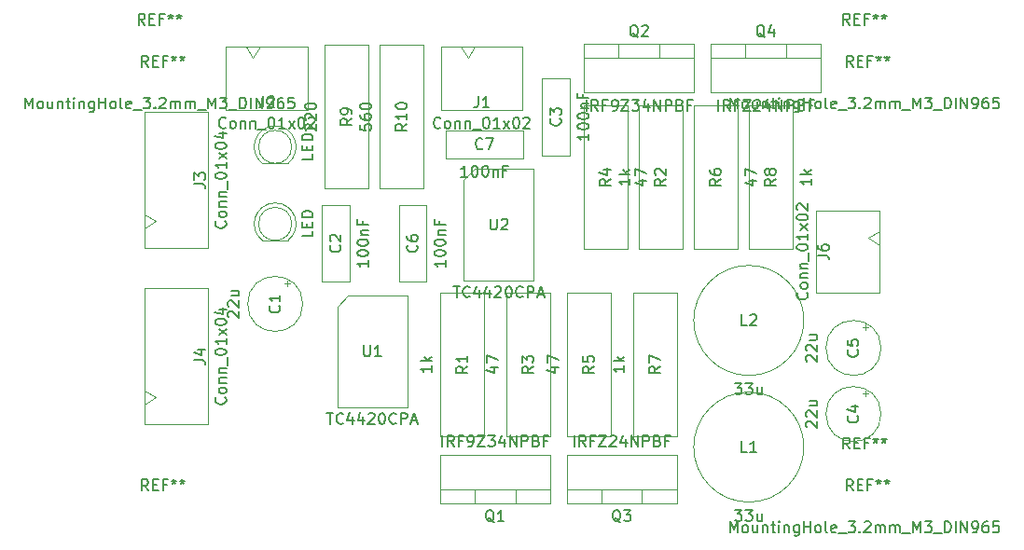
<source format=gbr>
G04 #@! TF.GenerationSoftware,KiCad,Pcbnew,(5.1.7)-1*
G04 #@! TF.CreationDate,2021-05-17T18:14:54+01:00*
G04 #@! TF.ProjectId,driver,64726976-6572-42e6-9b69-6361645f7063,rev?*
G04 #@! TF.SameCoordinates,Original*
G04 #@! TF.FileFunction,Other,Fab,Top*
%FSLAX46Y46*%
G04 Gerber Fmt 4.6, Leading zero omitted, Abs format (unit mm)*
G04 Created by KiCad (PCBNEW (5.1.7)-1) date 2021-05-17 18:14:54*
%MOMM*%
%LPD*%
G01*
G04 APERTURE LIST*
%ADD10C,0.100000*%
%ADD11C,0.150000*%
G04 APERTURE END LIST*
D10*
X153050000Y-73150000D02*
X153050000Y-78900000D01*
X153050000Y-78900000D02*
X160450000Y-78900000D01*
X160450000Y-78900000D02*
X160450000Y-73150000D01*
X160450000Y-73150000D02*
X153050000Y-73150000D01*
X154875000Y-73150000D02*
X155500000Y-74150000D01*
X155500000Y-74150000D02*
X156125000Y-73150000D01*
X156135000Y-84230000D02*
X161485000Y-84230000D01*
X161485000Y-84230000D02*
X161485000Y-94390000D01*
X161485000Y-94390000D02*
X155135000Y-94390000D01*
X155135000Y-94390000D02*
X155135000Y-85230000D01*
X155135000Y-85230000D02*
X156135000Y-84230000D01*
X144635000Y-95730000D02*
X149985000Y-95730000D01*
X149985000Y-95730000D02*
X149985000Y-105890000D01*
X149985000Y-105890000D02*
X143635000Y-105890000D01*
X143635000Y-105890000D02*
X143635000Y-96730000D01*
X143635000Y-96730000D02*
X144635000Y-95730000D01*
X151500000Y-86000000D02*
X151500000Y-73000000D01*
X147500000Y-86000000D02*
X151500000Y-86000000D01*
X147500000Y-73000000D02*
X147500000Y-86000000D01*
X151500000Y-73000000D02*
X147500000Y-73000000D01*
X146500000Y-73000000D02*
X142500000Y-73000000D01*
X142500000Y-73000000D02*
X142500000Y-86000000D01*
X142500000Y-86000000D02*
X146500000Y-86000000D01*
X146500000Y-86000000D02*
X146500000Y-73000000D01*
X181000000Y-91500000D02*
X185000000Y-91500000D01*
X185000000Y-91500000D02*
X185000000Y-78500000D01*
X185000000Y-78500000D02*
X181000000Y-78500000D01*
X181000000Y-78500000D02*
X181000000Y-91500000D01*
X174500000Y-95500000D02*
X170500000Y-95500000D01*
X170500000Y-95500000D02*
X170500000Y-108500000D01*
X170500000Y-108500000D02*
X174500000Y-108500000D01*
X174500000Y-108500000D02*
X174500000Y-95500000D01*
X176000000Y-91500000D02*
X180000000Y-91500000D01*
X180000000Y-91500000D02*
X180000000Y-78500000D01*
X180000000Y-78500000D02*
X176000000Y-78500000D01*
X176000000Y-78500000D02*
X176000000Y-91500000D01*
X168500000Y-95500000D02*
X164500000Y-95500000D01*
X164500000Y-95500000D02*
X164500000Y-108500000D01*
X164500000Y-108500000D02*
X168500000Y-108500000D01*
X168500000Y-108500000D02*
X168500000Y-95500000D01*
X166000000Y-91500000D02*
X170000000Y-91500000D01*
X170000000Y-91500000D02*
X170000000Y-78500000D01*
X170000000Y-78500000D02*
X166000000Y-78500000D01*
X166000000Y-78500000D02*
X166000000Y-91500000D01*
X163000000Y-95500000D02*
X159000000Y-95500000D01*
X159000000Y-95500000D02*
X159000000Y-108500000D01*
X159000000Y-108500000D02*
X163000000Y-108500000D01*
X163000000Y-108500000D02*
X163000000Y-95500000D01*
X175000000Y-78500000D02*
X171000000Y-78500000D01*
X171000000Y-78500000D02*
X171000000Y-91500000D01*
X171000000Y-91500000D02*
X175000000Y-91500000D01*
X175000000Y-91500000D02*
X175000000Y-78500000D01*
X157000000Y-95500000D02*
X153000000Y-95500000D01*
X153000000Y-95500000D02*
X153000000Y-108500000D01*
X153000000Y-108500000D02*
X157000000Y-108500000D01*
X157000000Y-108500000D02*
X157000000Y-95500000D01*
X177540000Y-72850000D02*
X177540000Y-77250000D01*
X177540000Y-77250000D02*
X187540000Y-77250000D01*
X187540000Y-77250000D02*
X187540000Y-72850000D01*
X187540000Y-72850000D02*
X177540000Y-72850000D01*
X177540000Y-74120000D02*
X187540000Y-74120000D01*
X180690000Y-72850000D02*
X180690000Y-74120000D01*
X184390000Y-72850000D02*
X184390000Y-74120000D01*
X174460000Y-114650000D02*
X174460000Y-110250000D01*
X174460000Y-110250000D02*
X164460000Y-110250000D01*
X164460000Y-110250000D02*
X164460000Y-114650000D01*
X164460000Y-114650000D02*
X174460000Y-114650000D01*
X174460000Y-113380000D02*
X164460000Y-113380000D01*
X171310000Y-114650000D02*
X171310000Y-113380000D01*
X167610000Y-114650000D02*
X167610000Y-113380000D01*
X166040000Y-72850000D02*
X166040000Y-77250000D01*
X166040000Y-77250000D02*
X176040000Y-77250000D01*
X176040000Y-77250000D02*
X176040000Y-72850000D01*
X176040000Y-72850000D02*
X166040000Y-72850000D01*
X166040000Y-74120000D02*
X176040000Y-74120000D01*
X169190000Y-72850000D02*
X169190000Y-74120000D01*
X172890000Y-72850000D02*
X172890000Y-74120000D01*
X162960000Y-114650000D02*
X162960000Y-110250000D01*
X162960000Y-110250000D02*
X152960000Y-110250000D01*
X152960000Y-110250000D02*
X152960000Y-114650000D01*
X152960000Y-114650000D02*
X162960000Y-114650000D01*
X162960000Y-113380000D02*
X152960000Y-113380000D01*
X159810000Y-114650000D02*
X159810000Y-113380000D01*
X156110000Y-114650000D02*
X156110000Y-113380000D01*
X186000000Y-98000000D02*
G75*
G03*
X186000000Y-98000000I-5000000J0D01*
G01*
X186000000Y-109500000D02*
G75*
G03*
X186000000Y-109500000I-5000000J0D01*
G01*
X192850000Y-88050000D02*
X187100000Y-88050000D01*
X187100000Y-88050000D02*
X187100000Y-95450000D01*
X187100000Y-95450000D02*
X192850000Y-95450000D01*
X192850000Y-95450000D02*
X192850000Y-88050000D01*
X192850000Y-89875000D02*
X191850000Y-90500000D01*
X191850000Y-90500000D02*
X192850000Y-91125000D01*
X126150000Y-107450000D02*
X131900000Y-107450000D01*
X131900000Y-107450000D02*
X131900000Y-95050000D01*
X131900000Y-95050000D02*
X126150000Y-95050000D01*
X126150000Y-95050000D02*
X126150000Y-107450000D01*
X126150000Y-105625000D02*
X127150000Y-105000000D01*
X127150000Y-105000000D02*
X126150000Y-104375000D01*
X126150000Y-91450000D02*
X131900000Y-91450000D01*
X131900000Y-91450000D02*
X131900000Y-79050000D01*
X131900000Y-79050000D02*
X126150000Y-79050000D01*
X126150000Y-79050000D02*
X126150000Y-91450000D01*
X126150000Y-89625000D02*
X127150000Y-89000000D01*
X127150000Y-89000000D02*
X126150000Y-88375000D01*
X133550000Y-73150000D02*
X133550000Y-78900000D01*
X133550000Y-78900000D02*
X140950000Y-78900000D01*
X140950000Y-78900000D02*
X140950000Y-73150000D01*
X140950000Y-73150000D02*
X133550000Y-73150000D01*
X135375000Y-73150000D02*
X136000000Y-74150000D01*
X136000000Y-74150000D02*
X136625000Y-73150000D01*
X139500000Y-89230000D02*
G75*
G03*
X139500000Y-89230000I-1500000J0D01*
G01*
X136833810Y-90730000D02*
X139166190Y-90730000D01*
X139165476Y-90730555D02*
G75*
G03*
X136833810Y-90730000I-1165476J1500555D01*
G01*
X139500000Y-82230000D02*
G75*
G03*
X139500000Y-82230000I-1500000J0D01*
G01*
X136833810Y-83730000D02*
X139166190Y-83730000D01*
X139165476Y-83730555D02*
G75*
G03*
X136833810Y-83730000I-1165476J1500555D01*
G01*
X153500000Y-80750000D02*
X153500000Y-83250000D01*
X153500000Y-83250000D02*
X160500000Y-83250000D01*
X160500000Y-83250000D02*
X160500000Y-80750000D01*
X160500000Y-80750000D02*
X153500000Y-80750000D01*
X149250000Y-94500000D02*
X151750000Y-94500000D01*
X151750000Y-94500000D02*
X151750000Y-87500000D01*
X151750000Y-87500000D02*
X149250000Y-87500000D01*
X149250000Y-87500000D02*
X149250000Y-94500000D01*
X193000000Y-100500000D02*
G75*
G03*
X193000000Y-100500000I-2500000J0D01*
G01*
X191587500Y-98366395D02*
X191587500Y-98866395D01*
X191837500Y-98616395D02*
X191337500Y-98616395D01*
X193000000Y-106500000D02*
G75*
G03*
X193000000Y-106500000I-2500000J0D01*
G01*
X191587500Y-104366395D02*
X191587500Y-104866395D01*
X191837500Y-104616395D02*
X191337500Y-104616395D01*
X162250000Y-83000000D02*
X164750000Y-83000000D01*
X164750000Y-83000000D02*
X164750000Y-76000000D01*
X164750000Y-76000000D02*
X162250000Y-76000000D01*
X162250000Y-76000000D02*
X162250000Y-83000000D01*
X142250000Y-94500000D02*
X144750000Y-94500000D01*
X144750000Y-94500000D02*
X144750000Y-87500000D01*
X144750000Y-87500000D02*
X142250000Y-87500000D01*
X142250000Y-87500000D02*
X142250000Y-94500000D01*
X139337500Y-94616395D02*
X138837500Y-94616395D01*
X139087500Y-94366395D02*
X139087500Y-94866395D01*
X140500000Y-96500000D02*
G75*
G03*
X140500000Y-96500000I-2500000J0D01*
G01*
D11*
X153011904Y-80457142D02*
X152964285Y-80504761D01*
X152821428Y-80552380D01*
X152726190Y-80552380D01*
X152583333Y-80504761D01*
X152488095Y-80409523D01*
X152440476Y-80314285D01*
X152392857Y-80123809D01*
X152392857Y-79980952D01*
X152440476Y-79790476D01*
X152488095Y-79695238D01*
X152583333Y-79600000D01*
X152726190Y-79552380D01*
X152821428Y-79552380D01*
X152964285Y-79600000D01*
X153011904Y-79647619D01*
X153583333Y-80552380D02*
X153488095Y-80504761D01*
X153440476Y-80457142D01*
X153392857Y-80361904D01*
X153392857Y-80076190D01*
X153440476Y-79980952D01*
X153488095Y-79933333D01*
X153583333Y-79885714D01*
X153726190Y-79885714D01*
X153821428Y-79933333D01*
X153869047Y-79980952D01*
X153916666Y-80076190D01*
X153916666Y-80361904D01*
X153869047Y-80457142D01*
X153821428Y-80504761D01*
X153726190Y-80552380D01*
X153583333Y-80552380D01*
X154345238Y-79885714D02*
X154345238Y-80552380D01*
X154345238Y-79980952D02*
X154392857Y-79933333D01*
X154488095Y-79885714D01*
X154630952Y-79885714D01*
X154726190Y-79933333D01*
X154773809Y-80028571D01*
X154773809Y-80552380D01*
X155250000Y-79885714D02*
X155250000Y-80552380D01*
X155250000Y-79980952D02*
X155297619Y-79933333D01*
X155392857Y-79885714D01*
X155535714Y-79885714D01*
X155630952Y-79933333D01*
X155678571Y-80028571D01*
X155678571Y-80552380D01*
X155916666Y-80647619D02*
X156678571Y-80647619D01*
X157107142Y-79552380D02*
X157202380Y-79552380D01*
X157297619Y-79600000D01*
X157345238Y-79647619D01*
X157392857Y-79742857D01*
X157440476Y-79933333D01*
X157440476Y-80171428D01*
X157392857Y-80361904D01*
X157345238Y-80457142D01*
X157297619Y-80504761D01*
X157202380Y-80552380D01*
X157107142Y-80552380D01*
X157011904Y-80504761D01*
X156964285Y-80457142D01*
X156916666Y-80361904D01*
X156869047Y-80171428D01*
X156869047Y-79933333D01*
X156916666Y-79742857D01*
X156964285Y-79647619D01*
X157011904Y-79600000D01*
X157107142Y-79552380D01*
X158392857Y-80552380D02*
X157821428Y-80552380D01*
X158107142Y-80552380D02*
X158107142Y-79552380D01*
X158011904Y-79695238D01*
X157916666Y-79790476D01*
X157821428Y-79838095D01*
X158726190Y-80552380D02*
X159250000Y-79885714D01*
X158726190Y-79885714D02*
X159250000Y-80552380D01*
X159821428Y-79552380D02*
X159916666Y-79552380D01*
X160011904Y-79600000D01*
X160059523Y-79647619D01*
X160107142Y-79742857D01*
X160154761Y-79933333D01*
X160154761Y-80171428D01*
X160107142Y-80361904D01*
X160059523Y-80457142D01*
X160011904Y-80504761D01*
X159916666Y-80552380D01*
X159821428Y-80552380D01*
X159726190Y-80504761D01*
X159678571Y-80457142D01*
X159630952Y-80361904D01*
X159583333Y-80171428D01*
X159583333Y-79933333D01*
X159630952Y-79742857D01*
X159678571Y-79647619D01*
X159726190Y-79600000D01*
X159821428Y-79552380D01*
X160535714Y-79647619D02*
X160583333Y-79600000D01*
X160678571Y-79552380D01*
X160916666Y-79552380D01*
X161011904Y-79600000D01*
X161059523Y-79647619D01*
X161107142Y-79742857D01*
X161107142Y-79838095D01*
X161059523Y-79980952D01*
X160488095Y-80552380D01*
X161107142Y-80552380D01*
X156416666Y-77652380D02*
X156416666Y-78366666D01*
X156369047Y-78509523D01*
X156273809Y-78604761D01*
X156130952Y-78652380D01*
X156035714Y-78652380D01*
X157416666Y-78652380D02*
X156845238Y-78652380D01*
X157130952Y-78652380D02*
X157130952Y-77652380D01*
X157035714Y-77795238D01*
X156940476Y-77890476D01*
X156845238Y-77938095D01*
X126466666Y-113452380D02*
X126133333Y-112976190D01*
X125895238Y-113452380D02*
X125895238Y-112452380D01*
X126276190Y-112452380D01*
X126371428Y-112500000D01*
X126419047Y-112547619D01*
X126466666Y-112642857D01*
X126466666Y-112785714D01*
X126419047Y-112880952D01*
X126371428Y-112928571D01*
X126276190Y-112976190D01*
X125895238Y-112976190D01*
X126895238Y-112928571D02*
X127228571Y-112928571D01*
X127371428Y-113452380D02*
X126895238Y-113452380D01*
X126895238Y-112452380D01*
X127371428Y-112452380D01*
X128133333Y-112928571D02*
X127800000Y-112928571D01*
X127800000Y-113452380D02*
X127800000Y-112452380D01*
X128276190Y-112452380D01*
X128800000Y-112452380D02*
X128800000Y-112690476D01*
X128561904Y-112595238D02*
X128800000Y-112690476D01*
X129038095Y-112595238D01*
X128657142Y-112880952D02*
X128800000Y-112690476D01*
X128942857Y-112880952D01*
X129561904Y-112452380D02*
X129561904Y-112690476D01*
X129323809Y-112595238D02*
X129561904Y-112690476D01*
X129800000Y-112595238D01*
X129419047Y-112880952D02*
X129561904Y-112690476D01*
X129704761Y-112880952D01*
X126166666Y-71152380D02*
X125833333Y-70676190D01*
X125595238Y-71152380D02*
X125595238Y-70152380D01*
X125976190Y-70152380D01*
X126071428Y-70200000D01*
X126119047Y-70247619D01*
X126166666Y-70342857D01*
X126166666Y-70485714D01*
X126119047Y-70580952D01*
X126071428Y-70628571D01*
X125976190Y-70676190D01*
X125595238Y-70676190D01*
X126595238Y-70628571D02*
X126928571Y-70628571D01*
X127071428Y-71152380D02*
X126595238Y-71152380D01*
X126595238Y-70152380D01*
X127071428Y-70152380D01*
X127833333Y-70628571D02*
X127500000Y-70628571D01*
X127500000Y-71152380D02*
X127500000Y-70152380D01*
X127976190Y-70152380D01*
X128500000Y-70152380D02*
X128500000Y-70390476D01*
X128261904Y-70295238D02*
X128500000Y-70390476D01*
X128738095Y-70295238D01*
X128357142Y-70580952D02*
X128500000Y-70390476D01*
X128642857Y-70580952D01*
X129261904Y-70152380D02*
X129261904Y-70390476D01*
X129023809Y-70295238D02*
X129261904Y-70390476D01*
X129500000Y-70295238D01*
X129119047Y-70580952D02*
X129261904Y-70390476D01*
X129404761Y-70580952D01*
X115309523Y-78752380D02*
X115309523Y-77752380D01*
X115642857Y-78466666D01*
X115976190Y-77752380D01*
X115976190Y-78752380D01*
X116595238Y-78752380D02*
X116500000Y-78704761D01*
X116452380Y-78657142D01*
X116404761Y-78561904D01*
X116404761Y-78276190D01*
X116452380Y-78180952D01*
X116500000Y-78133333D01*
X116595238Y-78085714D01*
X116738095Y-78085714D01*
X116833333Y-78133333D01*
X116880952Y-78180952D01*
X116928571Y-78276190D01*
X116928571Y-78561904D01*
X116880952Y-78657142D01*
X116833333Y-78704761D01*
X116738095Y-78752380D01*
X116595238Y-78752380D01*
X117785714Y-78085714D02*
X117785714Y-78752380D01*
X117357142Y-78085714D02*
X117357142Y-78609523D01*
X117404761Y-78704761D01*
X117500000Y-78752380D01*
X117642857Y-78752380D01*
X117738095Y-78704761D01*
X117785714Y-78657142D01*
X118261904Y-78085714D02*
X118261904Y-78752380D01*
X118261904Y-78180952D02*
X118309523Y-78133333D01*
X118404761Y-78085714D01*
X118547619Y-78085714D01*
X118642857Y-78133333D01*
X118690476Y-78228571D01*
X118690476Y-78752380D01*
X119023809Y-78085714D02*
X119404761Y-78085714D01*
X119166666Y-77752380D02*
X119166666Y-78609523D01*
X119214285Y-78704761D01*
X119309523Y-78752380D01*
X119404761Y-78752380D01*
X119738095Y-78752380D02*
X119738095Y-78085714D01*
X119738095Y-77752380D02*
X119690476Y-77800000D01*
X119738095Y-77847619D01*
X119785714Y-77800000D01*
X119738095Y-77752380D01*
X119738095Y-77847619D01*
X120214285Y-78085714D02*
X120214285Y-78752380D01*
X120214285Y-78180952D02*
X120261904Y-78133333D01*
X120357142Y-78085714D01*
X120500000Y-78085714D01*
X120595238Y-78133333D01*
X120642857Y-78228571D01*
X120642857Y-78752380D01*
X121547619Y-78085714D02*
X121547619Y-78895238D01*
X121500000Y-78990476D01*
X121452380Y-79038095D01*
X121357142Y-79085714D01*
X121214285Y-79085714D01*
X121119047Y-79038095D01*
X121547619Y-78704761D02*
X121452380Y-78752380D01*
X121261904Y-78752380D01*
X121166666Y-78704761D01*
X121119047Y-78657142D01*
X121071428Y-78561904D01*
X121071428Y-78276190D01*
X121119047Y-78180952D01*
X121166666Y-78133333D01*
X121261904Y-78085714D01*
X121452380Y-78085714D01*
X121547619Y-78133333D01*
X122023809Y-78752380D02*
X122023809Y-77752380D01*
X122023809Y-78228571D02*
X122595238Y-78228571D01*
X122595238Y-78752380D02*
X122595238Y-77752380D01*
X123214285Y-78752380D02*
X123119047Y-78704761D01*
X123071428Y-78657142D01*
X123023809Y-78561904D01*
X123023809Y-78276190D01*
X123071428Y-78180952D01*
X123119047Y-78133333D01*
X123214285Y-78085714D01*
X123357142Y-78085714D01*
X123452380Y-78133333D01*
X123500000Y-78180952D01*
X123547619Y-78276190D01*
X123547619Y-78561904D01*
X123500000Y-78657142D01*
X123452380Y-78704761D01*
X123357142Y-78752380D01*
X123214285Y-78752380D01*
X124119047Y-78752380D02*
X124023809Y-78704761D01*
X123976190Y-78609523D01*
X123976190Y-77752380D01*
X124880952Y-78704761D02*
X124785714Y-78752380D01*
X124595238Y-78752380D01*
X124500000Y-78704761D01*
X124452380Y-78609523D01*
X124452380Y-78228571D01*
X124500000Y-78133333D01*
X124595238Y-78085714D01*
X124785714Y-78085714D01*
X124880952Y-78133333D01*
X124928571Y-78228571D01*
X124928571Y-78323809D01*
X124452380Y-78419047D01*
X125119047Y-78847619D02*
X125880952Y-78847619D01*
X126023809Y-77752380D02*
X126642857Y-77752380D01*
X126309523Y-78133333D01*
X126452380Y-78133333D01*
X126547619Y-78180952D01*
X126595238Y-78228571D01*
X126642857Y-78323809D01*
X126642857Y-78561904D01*
X126595238Y-78657142D01*
X126547619Y-78704761D01*
X126452380Y-78752380D01*
X126166666Y-78752380D01*
X126071428Y-78704761D01*
X126023809Y-78657142D01*
X127071428Y-78657142D02*
X127119047Y-78704761D01*
X127071428Y-78752380D01*
X127023809Y-78704761D01*
X127071428Y-78657142D01*
X127071428Y-78752380D01*
X127499999Y-77847619D02*
X127547619Y-77800000D01*
X127642857Y-77752380D01*
X127880952Y-77752380D01*
X127976190Y-77800000D01*
X128023809Y-77847619D01*
X128071428Y-77942857D01*
X128071428Y-78038095D01*
X128023809Y-78180952D01*
X127452380Y-78752380D01*
X128071428Y-78752380D01*
X128499999Y-78752380D02*
X128499999Y-78085714D01*
X128499999Y-78180952D02*
X128547619Y-78133333D01*
X128642857Y-78085714D01*
X128785714Y-78085714D01*
X128880952Y-78133333D01*
X128928571Y-78228571D01*
X128928571Y-78752380D01*
X128928571Y-78228571D02*
X128976190Y-78133333D01*
X129071428Y-78085714D01*
X129214285Y-78085714D01*
X129309523Y-78133333D01*
X129357142Y-78228571D01*
X129357142Y-78752380D01*
X129833333Y-78752380D02*
X129833333Y-78085714D01*
X129833333Y-78180952D02*
X129880952Y-78133333D01*
X129976190Y-78085714D01*
X130119047Y-78085714D01*
X130214285Y-78133333D01*
X130261904Y-78228571D01*
X130261904Y-78752380D01*
X130261904Y-78228571D02*
X130309523Y-78133333D01*
X130404761Y-78085714D01*
X130547619Y-78085714D01*
X130642857Y-78133333D01*
X130690476Y-78228571D01*
X130690476Y-78752380D01*
X130928571Y-78847619D02*
X131690476Y-78847619D01*
X131928571Y-78752380D02*
X131928571Y-77752380D01*
X132261904Y-78466666D01*
X132595238Y-77752380D01*
X132595238Y-78752380D01*
X132976190Y-77752380D02*
X133595238Y-77752380D01*
X133261904Y-78133333D01*
X133404761Y-78133333D01*
X133500000Y-78180952D01*
X133547619Y-78228571D01*
X133595238Y-78323809D01*
X133595238Y-78561904D01*
X133547619Y-78657142D01*
X133500000Y-78704761D01*
X133404761Y-78752380D01*
X133119047Y-78752380D01*
X133023809Y-78704761D01*
X132976190Y-78657142D01*
X133785714Y-78847619D02*
X134547619Y-78847619D01*
X134785714Y-78752380D02*
X134785714Y-77752380D01*
X135023809Y-77752380D01*
X135166666Y-77800000D01*
X135261904Y-77895238D01*
X135309523Y-77990476D01*
X135357142Y-78180952D01*
X135357142Y-78323809D01*
X135309523Y-78514285D01*
X135261904Y-78609523D01*
X135166666Y-78704761D01*
X135023809Y-78752380D01*
X134785714Y-78752380D01*
X135785714Y-78752380D02*
X135785714Y-77752380D01*
X136261904Y-78752380D02*
X136261904Y-77752380D01*
X136833333Y-78752380D01*
X136833333Y-77752380D01*
X137357142Y-78752380D02*
X137547619Y-78752380D01*
X137642857Y-78704761D01*
X137690476Y-78657142D01*
X137785714Y-78514285D01*
X137833333Y-78323809D01*
X137833333Y-77942857D01*
X137785714Y-77847619D01*
X137738095Y-77800000D01*
X137642857Y-77752380D01*
X137452380Y-77752380D01*
X137357142Y-77800000D01*
X137309523Y-77847619D01*
X137261904Y-77942857D01*
X137261904Y-78180952D01*
X137309523Y-78276190D01*
X137357142Y-78323809D01*
X137452380Y-78371428D01*
X137642857Y-78371428D01*
X137738095Y-78323809D01*
X137785714Y-78276190D01*
X137833333Y-78180952D01*
X138690476Y-77752380D02*
X138500000Y-77752380D01*
X138404761Y-77800000D01*
X138357142Y-77847619D01*
X138261904Y-77990476D01*
X138214285Y-78180952D01*
X138214285Y-78561904D01*
X138261904Y-78657142D01*
X138309523Y-78704761D01*
X138404761Y-78752380D01*
X138595238Y-78752380D01*
X138690476Y-78704761D01*
X138738095Y-78657142D01*
X138785714Y-78561904D01*
X138785714Y-78323809D01*
X138738095Y-78228571D01*
X138690476Y-78180952D01*
X138595238Y-78133333D01*
X138404761Y-78133333D01*
X138309523Y-78180952D01*
X138261904Y-78228571D01*
X138214285Y-78323809D01*
X139690476Y-77752380D02*
X139214285Y-77752380D01*
X139166666Y-78228571D01*
X139214285Y-78180952D01*
X139309523Y-78133333D01*
X139547619Y-78133333D01*
X139642857Y-78180952D01*
X139690476Y-78228571D01*
X139738095Y-78323809D01*
X139738095Y-78561904D01*
X139690476Y-78657142D01*
X139642857Y-78704761D01*
X139547619Y-78752380D01*
X139309523Y-78752380D01*
X139214285Y-78704761D01*
X139166666Y-78657142D01*
X126466666Y-74952380D02*
X126133333Y-74476190D01*
X125895238Y-74952380D02*
X125895238Y-73952380D01*
X126276190Y-73952380D01*
X126371428Y-74000000D01*
X126419047Y-74047619D01*
X126466666Y-74142857D01*
X126466666Y-74285714D01*
X126419047Y-74380952D01*
X126371428Y-74428571D01*
X126276190Y-74476190D01*
X125895238Y-74476190D01*
X126895238Y-74428571D02*
X127228571Y-74428571D01*
X127371428Y-74952380D02*
X126895238Y-74952380D01*
X126895238Y-73952380D01*
X127371428Y-73952380D01*
X128133333Y-74428571D02*
X127800000Y-74428571D01*
X127800000Y-74952380D02*
X127800000Y-73952380D01*
X128276190Y-73952380D01*
X128800000Y-73952380D02*
X128800000Y-74190476D01*
X128561904Y-74095238D02*
X128800000Y-74190476D01*
X129038095Y-74095238D01*
X128657142Y-74380952D02*
X128800000Y-74190476D01*
X128942857Y-74380952D01*
X129561904Y-73952380D02*
X129561904Y-74190476D01*
X129323809Y-74095238D02*
X129561904Y-74190476D01*
X129800000Y-74095238D01*
X129419047Y-74380952D02*
X129561904Y-74190476D01*
X129704761Y-74380952D01*
X190166666Y-71152380D02*
X189833333Y-70676190D01*
X189595238Y-71152380D02*
X189595238Y-70152380D01*
X189976190Y-70152380D01*
X190071428Y-70200000D01*
X190119047Y-70247619D01*
X190166666Y-70342857D01*
X190166666Y-70485714D01*
X190119047Y-70580952D01*
X190071428Y-70628571D01*
X189976190Y-70676190D01*
X189595238Y-70676190D01*
X190595238Y-70628571D02*
X190928571Y-70628571D01*
X191071428Y-71152380D02*
X190595238Y-71152380D01*
X190595238Y-70152380D01*
X191071428Y-70152380D01*
X191833333Y-70628571D02*
X191500000Y-70628571D01*
X191500000Y-71152380D02*
X191500000Y-70152380D01*
X191976190Y-70152380D01*
X192500000Y-70152380D02*
X192500000Y-70390476D01*
X192261904Y-70295238D02*
X192500000Y-70390476D01*
X192738095Y-70295238D01*
X192357142Y-70580952D02*
X192500000Y-70390476D01*
X192642857Y-70580952D01*
X193261904Y-70152380D02*
X193261904Y-70390476D01*
X193023809Y-70295238D02*
X193261904Y-70390476D01*
X193500000Y-70295238D01*
X193119047Y-70580952D02*
X193261904Y-70390476D01*
X193404761Y-70580952D01*
X179309523Y-78752380D02*
X179309523Y-77752380D01*
X179642857Y-78466666D01*
X179976190Y-77752380D01*
X179976190Y-78752380D01*
X180595238Y-78752380D02*
X180500000Y-78704761D01*
X180452380Y-78657142D01*
X180404761Y-78561904D01*
X180404761Y-78276190D01*
X180452380Y-78180952D01*
X180500000Y-78133333D01*
X180595238Y-78085714D01*
X180738095Y-78085714D01*
X180833333Y-78133333D01*
X180880952Y-78180952D01*
X180928571Y-78276190D01*
X180928571Y-78561904D01*
X180880952Y-78657142D01*
X180833333Y-78704761D01*
X180738095Y-78752380D01*
X180595238Y-78752380D01*
X181785714Y-78085714D02*
X181785714Y-78752380D01*
X181357142Y-78085714D02*
X181357142Y-78609523D01*
X181404761Y-78704761D01*
X181500000Y-78752380D01*
X181642857Y-78752380D01*
X181738095Y-78704761D01*
X181785714Y-78657142D01*
X182261904Y-78085714D02*
X182261904Y-78752380D01*
X182261904Y-78180952D02*
X182309523Y-78133333D01*
X182404761Y-78085714D01*
X182547619Y-78085714D01*
X182642857Y-78133333D01*
X182690476Y-78228571D01*
X182690476Y-78752380D01*
X183023809Y-78085714D02*
X183404761Y-78085714D01*
X183166666Y-77752380D02*
X183166666Y-78609523D01*
X183214285Y-78704761D01*
X183309523Y-78752380D01*
X183404761Y-78752380D01*
X183738095Y-78752380D02*
X183738095Y-78085714D01*
X183738095Y-77752380D02*
X183690476Y-77800000D01*
X183738095Y-77847619D01*
X183785714Y-77800000D01*
X183738095Y-77752380D01*
X183738095Y-77847619D01*
X184214285Y-78085714D02*
X184214285Y-78752380D01*
X184214285Y-78180952D02*
X184261904Y-78133333D01*
X184357142Y-78085714D01*
X184500000Y-78085714D01*
X184595238Y-78133333D01*
X184642857Y-78228571D01*
X184642857Y-78752380D01*
X185547619Y-78085714D02*
X185547619Y-78895238D01*
X185500000Y-78990476D01*
X185452380Y-79038095D01*
X185357142Y-79085714D01*
X185214285Y-79085714D01*
X185119047Y-79038095D01*
X185547619Y-78704761D02*
X185452380Y-78752380D01*
X185261904Y-78752380D01*
X185166666Y-78704761D01*
X185119047Y-78657142D01*
X185071428Y-78561904D01*
X185071428Y-78276190D01*
X185119047Y-78180952D01*
X185166666Y-78133333D01*
X185261904Y-78085714D01*
X185452380Y-78085714D01*
X185547619Y-78133333D01*
X186023809Y-78752380D02*
X186023809Y-77752380D01*
X186023809Y-78228571D02*
X186595238Y-78228571D01*
X186595238Y-78752380D02*
X186595238Y-77752380D01*
X187214285Y-78752380D02*
X187119047Y-78704761D01*
X187071428Y-78657142D01*
X187023809Y-78561904D01*
X187023809Y-78276190D01*
X187071428Y-78180952D01*
X187119047Y-78133333D01*
X187214285Y-78085714D01*
X187357142Y-78085714D01*
X187452380Y-78133333D01*
X187500000Y-78180952D01*
X187547619Y-78276190D01*
X187547619Y-78561904D01*
X187500000Y-78657142D01*
X187452380Y-78704761D01*
X187357142Y-78752380D01*
X187214285Y-78752380D01*
X188119047Y-78752380D02*
X188023809Y-78704761D01*
X187976190Y-78609523D01*
X187976190Y-77752380D01*
X188880952Y-78704761D02*
X188785714Y-78752380D01*
X188595238Y-78752380D01*
X188500000Y-78704761D01*
X188452380Y-78609523D01*
X188452380Y-78228571D01*
X188500000Y-78133333D01*
X188595238Y-78085714D01*
X188785714Y-78085714D01*
X188880952Y-78133333D01*
X188928571Y-78228571D01*
X188928571Y-78323809D01*
X188452380Y-78419047D01*
X189119047Y-78847619D02*
X189880952Y-78847619D01*
X190023809Y-77752380D02*
X190642857Y-77752380D01*
X190309523Y-78133333D01*
X190452380Y-78133333D01*
X190547619Y-78180952D01*
X190595238Y-78228571D01*
X190642857Y-78323809D01*
X190642857Y-78561904D01*
X190595238Y-78657142D01*
X190547619Y-78704761D01*
X190452380Y-78752380D01*
X190166666Y-78752380D01*
X190071428Y-78704761D01*
X190023809Y-78657142D01*
X191071428Y-78657142D02*
X191119047Y-78704761D01*
X191071428Y-78752380D01*
X191023809Y-78704761D01*
X191071428Y-78657142D01*
X191071428Y-78752380D01*
X191500000Y-77847619D02*
X191547619Y-77800000D01*
X191642857Y-77752380D01*
X191880952Y-77752380D01*
X191976190Y-77800000D01*
X192023809Y-77847619D01*
X192071428Y-77942857D01*
X192071428Y-78038095D01*
X192023809Y-78180952D01*
X191452380Y-78752380D01*
X192071428Y-78752380D01*
X192500000Y-78752380D02*
X192500000Y-78085714D01*
X192500000Y-78180952D02*
X192547619Y-78133333D01*
X192642857Y-78085714D01*
X192785714Y-78085714D01*
X192880952Y-78133333D01*
X192928571Y-78228571D01*
X192928571Y-78752380D01*
X192928571Y-78228571D02*
X192976190Y-78133333D01*
X193071428Y-78085714D01*
X193214285Y-78085714D01*
X193309523Y-78133333D01*
X193357142Y-78228571D01*
X193357142Y-78752380D01*
X193833333Y-78752380D02*
X193833333Y-78085714D01*
X193833333Y-78180952D02*
X193880952Y-78133333D01*
X193976190Y-78085714D01*
X194119047Y-78085714D01*
X194214285Y-78133333D01*
X194261904Y-78228571D01*
X194261904Y-78752380D01*
X194261904Y-78228571D02*
X194309523Y-78133333D01*
X194404761Y-78085714D01*
X194547619Y-78085714D01*
X194642857Y-78133333D01*
X194690476Y-78228571D01*
X194690476Y-78752380D01*
X194928571Y-78847619D02*
X195690476Y-78847619D01*
X195928571Y-78752380D02*
X195928571Y-77752380D01*
X196261904Y-78466666D01*
X196595238Y-77752380D01*
X196595238Y-78752380D01*
X196976190Y-77752380D02*
X197595238Y-77752380D01*
X197261904Y-78133333D01*
X197404761Y-78133333D01*
X197500000Y-78180952D01*
X197547619Y-78228571D01*
X197595238Y-78323809D01*
X197595238Y-78561904D01*
X197547619Y-78657142D01*
X197500000Y-78704761D01*
X197404761Y-78752380D01*
X197119047Y-78752380D01*
X197023809Y-78704761D01*
X196976190Y-78657142D01*
X197785714Y-78847619D02*
X198547619Y-78847619D01*
X198785714Y-78752380D02*
X198785714Y-77752380D01*
X199023809Y-77752380D01*
X199166666Y-77800000D01*
X199261904Y-77895238D01*
X199309523Y-77990476D01*
X199357142Y-78180952D01*
X199357142Y-78323809D01*
X199309523Y-78514285D01*
X199261904Y-78609523D01*
X199166666Y-78704761D01*
X199023809Y-78752380D01*
X198785714Y-78752380D01*
X199785714Y-78752380D02*
X199785714Y-77752380D01*
X200261904Y-78752380D02*
X200261904Y-77752380D01*
X200833333Y-78752380D01*
X200833333Y-77752380D01*
X201357142Y-78752380D02*
X201547619Y-78752380D01*
X201642857Y-78704761D01*
X201690476Y-78657142D01*
X201785714Y-78514285D01*
X201833333Y-78323809D01*
X201833333Y-77942857D01*
X201785714Y-77847619D01*
X201738095Y-77800000D01*
X201642857Y-77752380D01*
X201452380Y-77752380D01*
X201357142Y-77800000D01*
X201309523Y-77847619D01*
X201261904Y-77942857D01*
X201261904Y-78180952D01*
X201309523Y-78276190D01*
X201357142Y-78323809D01*
X201452380Y-78371428D01*
X201642857Y-78371428D01*
X201738095Y-78323809D01*
X201785714Y-78276190D01*
X201833333Y-78180952D01*
X202690476Y-77752380D02*
X202500000Y-77752380D01*
X202404761Y-77800000D01*
X202357142Y-77847619D01*
X202261904Y-77990476D01*
X202214285Y-78180952D01*
X202214285Y-78561904D01*
X202261904Y-78657142D01*
X202309523Y-78704761D01*
X202404761Y-78752380D01*
X202595238Y-78752380D01*
X202690476Y-78704761D01*
X202738095Y-78657142D01*
X202785714Y-78561904D01*
X202785714Y-78323809D01*
X202738095Y-78228571D01*
X202690476Y-78180952D01*
X202595238Y-78133333D01*
X202404761Y-78133333D01*
X202309523Y-78180952D01*
X202261904Y-78228571D01*
X202214285Y-78323809D01*
X203690476Y-77752380D02*
X203214285Y-77752380D01*
X203166666Y-78228571D01*
X203214285Y-78180952D01*
X203309523Y-78133333D01*
X203547619Y-78133333D01*
X203642857Y-78180952D01*
X203690476Y-78228571D01*
X203738095Y-78323809D01*
X203738095Y-78561904D01*
X203690476Y-78657142D01*
X203642857Y-78704761D01*
X203547619Y-78752380D01*
X203309523Y-78752380D01*
X203214285Y-78704761D01*
X203166666Y-78657142D01*
X190466666Y-74952380D02*
X190133333Y-74476190D01*
X189895238Y-74952380D02*
X189895238Y-73952380D01*
X190276190Y-73952380D01*
X190371428Y-74000000D01*
X190419047Y-74047619D01*
X190466666Y-74142857D01*
X190466666Y-74285714D01*
X190419047Y-74380952D01*
X190371428Y-74428571D01*
X190276190Y-74476190D01*
X189895238Y-74476190D01*
X190895238Y-74428571D02*
X191228571Y-74428571D01*
X191371428Y-74952380D02*
X190895238Y-74952380D01*
X190895238Y-73952380D01*
X191371428Y-73952380D01*
X192133333Y-74428571D02*
X191800000Y-74428571D01*
X191800000Y-74952380D02*
X191800000Y-73952380D01*
X192276190Y-73952380D01*
X192800000Y-73952380D02*
X192800000Y-74190476D01*
X192561904Y-74095238D02*
X192800000Y-74190476D01*
X193038095Y-74095238D01*
X192657142Y-74380952D02*
X192800000Y-74190476D01*
X192942857Y-74380952D01*
X193561904Y-73952380D02*
X193561904Y-74190476D01*
X193323809Y-74095238D02*
X193561904Y-74190476D01*
X193800000Y-74095238D01*
X193419047Y-74380952D02*
X193561904Y-74190476D01*
X193704761Y-74380952D01*
X190166666Y-109652380D02*
X189833333Y-109176190D01*
X189595238Y-109652380D02*
X189595238Y-108652380D01*
X189976190Y-108652380D01*
X190071428Y-108700000D01*
X190119047Y-108747619D01*
X190166666Y-108842857D01*
X190166666Y-108985714D01*
X190119047Y-109080952D01*
X190071428Y-109128571D01*
X189976190Y-109176190D01*
X189595238Y-109176190D01*
X190595238Y-109128571D02*
X190928571Y-109128571D01*
X191071428Y-109652380D02*
X190595238Y-109652380D01*
X190595238Y-108652380D01*
X191071428Y-108652380D01*
X191833333Y-109128571D02*
X191500000Y-109128571D01*
X191500000Y-109652380D02*
X191500000Y-108652380D01*
X191976190Y-108652380D01*
X192500000Y-108652380D02*
X192500000Y-108890476D01*
X192261904Y-108795238D02*
X192500000Y-108890476D01*
X192738095Y-108795238D01*
X192357142Y-109080952D02*
X192500000Y-108890476D01*
X192642857Y-109080952D01*
X193261904Y-108652380D02*
X193261904Y-108890476D01*
X193023809Y-108795238D02*
X193261904Y-108890476D01*
X193500000Y-108795238D01*
X193119047Y-109080952D02*
X193261904Y-108890476D01*
X193404761Y-109080952D01*
X179309523Y-117252380D02*
X179309523Y-116252380D01*
X179642857Y-116966666D01*
X179976190Y-116252380D01*
X179976190Y-117252380D01*
X180595238Y-117252380D02*
X180500000Y-117204761D01*
X180452380Y-117157142D01*
X180404761Y-117061904D01*
X180404761Y-116776190D01*
X180452380Y-116680952D01*
X180500000Y-116633333D01*
X180595238Y-116585714D01*
X180738095Y-116585714D01*
X180833333Y-116633333D01*
X180880952Y-116680952D01*
X180928571Y-116776190D01*
X180928571Y-117061904D01*
X180880952Y-117157142D01*
X180833333Y-117204761D01*
X180738095Y-117252380D01*
X180595238Y-117252380D01*
X181785714Y-116585714D02*
X181785714Y-117252380D01*
X181357142Y-116585714D02*
X181357142Y-117109523D01*
X181404761Y-117204761D01*
X181500000Y-117252380D01*
X181642857Y-117252380D01*
X181738095Y-117204761D01*
X181785714Y-117157142D01*
X182261904Y-116585714D02*
X182261904Y-117252380D01*
X182261904Y-116680952D02*
X182309523Y-116633333D01*
X182404761Y-116585714D01*
X182547619Y-116585714D01*
X182642857Y-116633333D01*
X182690476Y-116728571D01*
X182690476Y-117252380D01*
X183023809Y-116585714D02*
X183404761Y-116585714D01*
X183166666Y-116252380D02*
X183166666Y-117109523D01*
X183214285Y-117204761D01*
X183309523Y-117252380D01*
X183404761Y-117252380D01*
X183738095Y-117252380D02*
X183738095Y-116585714D01*
X183738095Y-116252380D02*
X183690476Y-116300000D01*
X183738095Y-116347619D01*
X183785714Y-116300000D01*
X183738095Y-116252380D01*
X183738095Y-116347619D01*
X184214285Y-116585714D02*
X184214285Y-117252380D01*
X184214285Y-116680952D02*
X184261904Y-116633333D01*
X184357142Y-116585714D01*
X184500000Y-116585714D01*
X184595238Y-116633333D01*
X184642857Y-116728571D01*
X184642857Y-117252380D01*
X185547619Y-116585714D02*
X185547619Y-117395238D01*
X185500000Y-117490476D01*
X185452380Y-117538095D01*
X185357142Y-117585714D01*
X185214285Y-117585714D01*
X185119047Y-117538095D01*
X185547619Y-117204761D02*
X185452380Y-117252380D01*
X185261904Y-117252380D01*
X185166666Y-117204761D01*
X185119047Y-117157142D01*
X185071428Y-117061904D01*
X185071428Y-116776190D01*
X185119047Y-116680952D01*
X185166666Y-116633333D01*
X185261904Y-116585714D01*
X185452380Y-116585714D01*
X185547619Y-116633333D01*
X186023809Y-117252380D02*
X186023809Y-116252380D01*
X186023809Y-116728571D02*
X186595238Y-116728571D01*
X186595238Y-117252380D02*
X186595238Y-116252380D01*
X187214285Y-117252380D02*
X187119047Y-117204761D01*
X187071428Y-117157142D01*
X187023809Y-117061904D01*
X187023809Y-116776190D01*
X187071428Y-116680952D01*
X187119047Y-116633333D01*
X187214285Y-116585714D01*
X187357142Y-116585714D01*
X187452380Y-116633333D01*
X187500000Y-116680952D01*
X187547619Y-116776190D01*
X187547619Y-117061904D01*
X187500000Y-117157142D01*
X187452380Y-117204761D01*
X187357142Y-117252380D01*
X187214285Y-117252380D01*
X188119047Y-117252380D02*
X188023809Y-117204761D01*
X187976190Y-117109523D01*
X187976190Y-116252380D01*
X188880952Y-117204761D02*
X188785714Y-117252380D01*
X188595238Y-117252380D01*
X188500000Y-117204761D01*
X188452380Y-117109523D01*
X188452380Y-116728571D01*
X188500000Y-116633333D01*
X188595238Y-116585714D01*
X188785714Y-116585714D01*
X188880952Y-116633333D01*
X188928571Y-116728571D01*
X188928571Y-116823809D01*
X188452380Y-116919047D01*
X189119047Y-117347619D02*
X189880952Y-117347619D01*
X190023809Y-116252380D02*
X190642857Y-116252380D01*
X190309523Y-116633333D01*
X190452380Y-116633333D01*
X190547619Y-116680952D01*
X190595238Y-116728571D01*
X190642857Y-116823809D01*
X190642857Y-117061904D01*
X190595238Y-117157142D01*
X190547619Y-117204761D01*
X190452380Y-117252380D01*
X190166666Y-117252380D01*
X190071428Y-117204761D01*
X190023809Y-117157142D01*
X191071428Y-117157142D02*
X191119047Y-117204761D01*
X191071428Y-117252380D01*
X191023809Y-117204761D01*
X191071428Y-117157142D01*
X191071428Y-117252380D01*
X191500000Y-116347619D02*
X191547619Y-116300000D01*
X191642857Y-116252380D01*
X191880952Y-116252380D01*
X191976190Y-116300000D01*
X192023809Y-116347619D01*
X192071428Y-116442857D01*
X192071428Y-116538095D01*
X192023809Y-116680952D01*
X191452380Y-117252380D01*
X192071428Y-117252380D01*
X192500000Y-117252380D02*
X192500000Y-116585714D01*
X192500000Y-116680952D02*
X192547619Y-116633333D01*
X192642857Y-116585714D01*
X192785714Y-116585714D01*
X192880952Y-116633333D01*
X192928571Y-116728571D01*
X192928571Y-117252380D01*
X192928571Y-116728571D02*
X192976190Y-116633333D01*
X193071428Y-116585714D01*
X193214285Y-116585714D01*
X193309523Y-116633333D01*
X193357142Y-116728571D01*
X193357142Y-117252380D01*
X193833333Y-117252380D02*
X193833333Y-116585714D01*
X193833333Y-116680952D02*
X193880952Y-116633333D01*
X193976190Y-116585714D01*
X194119047Y-116585714D01*
X194214285Y-116633333D01*
X194261904Y-116728571D01*
X194261904Y-117252380D01*
X194261904Y-116728571D02*
X194309523Y-116633333D01*
X194404761Y-116585714D01*
X194547619Y-116585714D01*
X194642857Y-116633333D01*
X194690476Y-116728571D01*
X194690476Y-117252380D01*
X194928571Y-117347619D02*
X195690476Y-117347619D01*
X195928571Y-117252380D02*
X195928571Y-116252380D01*
X196261904Y-116966666D01*
X196595238Y-116252380D01*
X196595238Y-117252380D01*
X196976190Y-116252380D02*
X197595238Y-116252380D01*
X197261904Y-116633333D01*
X197404761Y-116633333D01*
X197500000Y-116680952D01*
X197547619Y-116728571D01*
X197595238Y-116823809D01*
X197595238Y-117061904D01*
X197547619Y-117157142D01*
X197500000Y-117204761D01*
X197404761Y-117252380D01*
X197119047Y-117252380D01*
X197023809Y-117204761D01*
X196976190Y-117157142D01*
X197785714Y-117347619D02*
X198547619Y-117347619D01*
X198785714Y-117252380D02*
X198785714Y-116252380D01*
X199023809Y-116252380D01*
X199166666Y-116300000D01*
X199261904Y-116395238D01*
X199309523Y-116490476D01*
X199357142Y-116680952D01*
X199357142Y-116823809D01*
X199309523Y-117014285D01*
X199261904Y-117109523D01*
X199166666Y-117204761D01*
X199023809Y-117252380D01*
X198785714Y-117252380D01*
X199785714Y-117252380D02*
X199785714Y-116252380D01*
X200261904Y-117252380D02*
X200261904Y-116252380D01*
X200833333Y-117252380D01*
X200833333Y-116252380D01*
X201357142Y-117252380D02*
X201547619Y-117252380D01*
X201642857Y-117204761D01*
X201690476Y-117157142D01*
X201785714Y-117014285D01*
X201833333Y-116823809D01*
X201833333Y-116442857D01*
X201785714Y-116347619D01*
X201738095Y-116300000D01*
X201642857Y-116252380D01*
X201452380Y-116252380D01*
X201357142Y-116300000D01*
X201309523Y-116347619D01*
X201261904Y-116442857D01*
X201261904Y-116680952D01*
X201309523Y-116776190D01*
X201357142Y-116823809D01*
X201452380Y-116871428D01*
X201642857Y-116871428D01*
X201738095Y-116823809D01*
X201785714Y-116776190D01*
X201833333Y-116680952D01*
X202690476Y-116252380D02*
X202500000Y-116252380D01*
X202404761Y-116300000D01*
X202357142Y-116347619D01*
X202261904Y-116490476D01*
X202214285Y-116680952D01*
X202214285Y-117061904D01*
X202261904Y-117157142D01*
X202309523Y-117204761D01*
X202404761Y-117252380D01*
X202595238Y-117252380D01*
X202690476Y-117204761D01*
X202738095Y-117157142D01*
X202785714Y-117061904D01*
X202785714Y-116823809D01*
X202738095Y-116728571D01*
X202690476Y-116680952D01*
X202595238Y-116633333D01*
X202404761Y-116633333D01*
X202309523Y-116680952D01*
X202261904Y-116728571D01*
X202214285Y-116823809D01*
X203690476Y-116252380D02*
X203214285Y-116252380D01*
X203166666Y-116728571D01*
X203214285Y-116680952D01*
X203309523Y-116633333D01*
X203547619Y-116633333D01*
X203642857Y-116680952D01*
X203690476Y-116728571D01*
X203738095Y-116823809D01*
X203738095Y-117061904D01*
X203690476Y-117157142D01*
X203642857Y-117204761D01*
X203547619Y-117252380D01*
X203309523Y-117252380D01*
X203214285Y-117204761D01*
X203166666Y-117157142D01*
X190466666Y-113452380D02*
X190133333Y-112976190D01*
X189895238Y-113452380D02*
X189895238Y-112452380D01*
X190276190Y-112452380D01*
X190371428Y-112500000D01*
X190419047Y-112547619D01*
X190466666Y-112642857D01*
X190466666Y-112785714D01*
X190419047Y-112880952D01*
X190371428Y-112928571D01*
X190276190Y-112976190D01*
X189895238Y-112976190D01*
X190895238Y-112928571D02*
X191228571Y-112928571D01*
X191371428Y-113452380D02*
X190895238Y-113452380D01*
X190895238Y-112452380D01*
X191371428Y-112452380D01*
X192133333Y-112928571D02*
X191800000Y-112928571D01*
X191800000Y-113452380D02*
X191800000Y-112452380D01*
X192276190Y-112452380D01*
X192800000Y-112452380D02*
X192800000Y-112690476D01*
X192561904Y-112595238D02*
X192800000Y-112690476D01*
X193038095Y-112595238D01*
X192657142Y-112880952D02*
X192800000Y-112690476D01*
X192942857Y-112880952D01*
X193561904Y-112452380D02*
X193561904Y-112690476D01*
X193323809Y-112595238D02*
X193561904Y-112690476D01*
X193800000Y-112595238D01*
X193419047Y-112880952D02*
X193561904Y-112690476D01*
X193704761Y-112880952D01*
X154190952Y-94902380D02*
X154762380Y-94902380D01*
X154476666Y-95902380D02*
X154476666Y-94902380D01*
X155667142Y-95807142D02*
X155619523Y-95854761D01*
X155476666Y-95902380D01*
X155381428Y-95902380D01*
X155238571Y-95854761D01*
X155143333Y-95759523D01*
X155095714Y-95664285D01*
X155048095Y-95473809D01*
X155048095Y-95330952D01*
X155095714Y-95140476D01*
X155143333Y-95045238D01*
X155238571Y-94950000D01*
X155381428Y-94902380D01*
X155476666Y-94902380D01*
X155619523Y-94950000D01*
X155667142Y-94997619D01*
X156524285Y-95235714D02*
X156524285Y-95902380D01*
X156286190Y-94854761D02*
X156048095Y-95569047D01*
X156667142Y-95569047D01*
X157476666Y-95235714D02*
X157476666Y-95902380D01*
X157238571Y-94854761D02*
X157000476Y-95569047D01*
X157619523Y-95569047D01*
X157952857Y-94997619D02*
X158000476Y-94950000D01*
X158095714Y-94902380D01*
X158333809Y-94902380D01*
X158429047Y-94950000D01*
X158476666Y-94997619D01*
X158524285Y-95092857D01*
X158524285Y-95188095D01*
X158476666Y-95330952D01*
X157905238Y-95902380D01*
X158524285Y-95902380D01*
X159143333Y-94902380D02*
X159238571Y-94902380D01*
X159333809Y-94950000D01*
X159381428Y-94997619D01*
X159429047Y-95092857D01*
X159476666Y-95283333D01*
X159476666Y-95521428D01*
X159429047Y-95711904D01*
X159381428Y-95807142D01*
X159333809Y-95854761D01*
X159238571Y-95902380D01*
X159143333Y-95902380D01*
X159048095Y-95854761D01*
X159000476Y-95807142D01*
X158952857Y-95711904D01*
X158905238Y-95521428D01*
X158905238Y-95283333D01*
X158952857Y-95092857D01*
X159000476Y-94997619D01*
X159048095Y-94950000D01*
X159143333Y-94902380D01*
X160476666Y-95807142D02*
X160429047Y-95854761D01*
X160286190Y-95902380D01*
X160190952Y-95902380D01*
X160048095Y-95854761D01*
X159952857Y-95759523D01*
X159905238Y-95664285D01*
X159857619Y-95473809D01*
X159857619Y-95330952D01*
X159905238Y-95140476D01*
X159952857Y-95045238D01*
X160048095Y-94950000D01*
X160190952Y-94902380D01*
X160286190Y-94902380D01*
X160429047Y-94950000D01*
X160476666Y-94997619D01*
X160905238Y-95902380D02*
X160905238Y-94902380D01*
X161286190Y-94902380D01*
X161381428Y-94950000D01*
X161429047Y-94997619D01*
X161476666Y-95092857D01*
X161476666Y-95235714D01*
X161429047Y-95330952D01*
X161381428Y-95378571D01*
X161286190Y-95426190D01*
X160905238Y-95426190D01*
X161857619Y-95616666D02*
X162333809Y-95616666D01*
X161762380Y-95902380D02*
X162095714Y-94902380D01*
X162429047Y-95902380D01*
X157548095Y-88762380D02*
X157548095Y-89571904D01*
X157595714Y-89667142D01*
X157643333Y-89714761D01*
X157738571Y-89762380D01*
X157929047Y-89762380D01*
X158024285Y-89714761D01*
X158071904Y-89667142D01*
X158119523Y-89571904D01*
X158119523Y-88762380D01*
X158548095Y-88857619D02*
X158595714Y-88810000D01*
X158690952Y-88762380D01*
X158929047Y-88762380D01*
X159024285Y-88810000D01*
X159071904Y-88857619D01*
X159119523Y-88952857D01*
X159119523Y-89048095D01*
X159071904Y-89190952D01*
X158500476Y-89762380D01*
X159119523Y-89762380D01*
X142690952Y-106402380D02*
X143262380Y-106402380D01*
X142976666Y-107402380D02*
X142976666Y-106402380D01*
X144167142Y-107307142D02*
X144119523Y-107354761D01*
X143976666Y-107402380D01*
X143881428Y-107402380D01*
X143738571Y-107354761D01*
X143643333Y-107259523D01*
X143595714Y-107164285D01*
X143548095Y-106973809D01*
X143548095Y-106830952D01*
X143595714Y-106640476D01*
X143643333Y-106545238D01*
X143738571Y-106450000D01*
X143881428Y-106402380D01*
X143976666Y-106402380D01*
X144119523Y-106450000D01*
X144167142Y-106497619D01*
X145024285Y-106735714D02*
X145024285Y-107402380D01*
X144786190Y-106354761D02*
X144548095Y-107069047D01*
X145167142Y-107069047D01*
X145976666Y-106735714D02*
X145976666Y-107402380D01*
X145738571Y-106354761D02*
X145500476Y-107069047D01*
X146119523Y-107069047D01*
X146452857Y-106497619D02*
X146500476Y-106450000D01*
X146595714Y-106402380D01*
X146833809Y-106402380D01*
X146929047Y-106450000D01*
X146976666Y-106497619D01*
X147024285Y-106592857D01*
X147024285Y-106688095D01*
X146976666Y-106830952D01*
X146405238Y-107402380D01*
X147024285Y-107402380D01*
X147643333Y-106402380D02*
X147738571Y-106402380D01*
X147833809Y-106450000D01*
X147881428Y-106497619D01*
X147929047Y-106592857D01*
X147976666Y-106783333D01*
X147976666Y-107021428D01*
X147929047Y-107211904D01*
X147881428Y-107307142D01*
X147833809Y-107354761D01*
X147738571Y-107402380D01*
X147643333Y-107402380D01*
X147548095Y-107354761D01*
X147500476Y-107307142D01*
X147452857Y-107211904D01*
X147405238Y-107021428D01*
X147405238Y-106783333D01*
X147452857Y-106592857D01*
X147500476Y-106497619D01*
X147548095Y-106450000D01*
X147643333Y-106402380D01*
X148976666Y-107307142D02*
X148929047Y-107354761D01*
X148786190Y-107402380D01*
X148690952Y-107402380D01*
X148548095Y-107354761D01*
X148452857Y-107259523D01*
X148405238Y-107164285D01*
X148357619Y-106973809D01*
X148357619Y-106830952D01*
X148405238Y-106640476D01*
X148452857Y-106545238D01*
X148548095Y-106450000D01*
X148690952Y-106402380D01*
X148786190Y-106402380D01*
X148929047Y-106450000D01*
X148976666Y-106497619D01*
X149405238Y-107402380D02*
X149405238Y-106402380D01*
X149786190Y-106402380D01*
X149881428Y-106450000D01*
X149929047Y-106497619D01*
X149976666Y-106592857D01*
X149976666Y-106735714D01*
X149929047Y-106830952D01*
X149881428Y-106878571D01*
X149786190Y-106926190D01*
X149405238Y-106926190D01*
X150357619Y-107116666D02*
X150833809Y-107116666D01*
X150262380Y-107402380D02*
X150595714Y-106402380D01*
X150929047Y-107402380D01*
X146048095Y-100262380D02*
X146048095Y-101071904D01*
X146095714Y-101167142D01*
X146143333Y-101214761D01*
X146238571Y-101262380D01*
X146429047Y-101262380D01*
X146524285Y-101214761D01*
X146571904Y-101167142D01*
X146619523Y-101071904D01*
X146619523Y-100262380D01*
X147619523Y-101262380D02*
X147048095Y-101262380D01*
X147333809Y-101262380D02*
X147333809Y-100262380D01*
X147238571Y-100405238D01*
X147143333Y-100500476D01*
X147048095Y-100548095D01*
X145702380Y-80214285D02*
X145702380Y-80690476D01*
X146178571Y-80738095D01*
X146130952Y-80690476D01*
X146083333Y-80595238D01*
X146083333Y-80357142D01*
X146130952Y-80261904D01*
X146178571Y-80214285D01*
X146273809Y-80166666D01*
X146511904Y-80166666D01*
X146607142Y-80214285D01*
X146654761Y-80261904D01*
X146702380Y-80357142D01*
X146702380Y-80595238D01*
X146654761Y-80690476D01*
X146607142Y-80738095D01*
X145702380Y-79309523D02*
X145702380Y-79500000D01*
X145750000Y-79595238D01*
X145797619Y-79642857D01*
X145940476Y-79738095D01*
X146130952Y-79785714D01*
X146511904Y-79785714D01*
X146607142Y-79738095D01*
X146654761Y-79690476D01*
X146702380Y-79595238D01*
X146702380Y-79404761D01*
X146654761Y-79309523D01*
X146607142Y-79261904D01*
X146511904Y-79214285D01*
X146273809Y-79214285D01*
X146178571Y-79261904D01*
X146130952Y-79309523D01*
X146083333Y-79404761D01*
X146083333Y-79595238D01*
X146130952Y-79690476D01*
X146178571Y-79738095D01*
X146273809Y-79785714D01*
X145702380Y-78595238D02*
X145702380Y-78500000D01*
X145750000Y-78404761D01*
X145797619Y-78357142D01*
X145892857Y-78309523D01*
X146083333Y-78261904D01*
X146321428Y-78261904D01*
X146511904Y-78309523D01*
X146607142Y-78357142D01*
X146654761Y-78404761D01*
X146702380Y-78500000D01*
X146702380Y-78595238D01*
X146654761Y-78690476D01*
X146607142Y-78738095D01*
X146511904Y-78785714D01*
X146321428Y-78833333D01*
X146083333Y-78833333D01*
X145892857Y-78785714D01*
X145797619Y-78738095D01*
X145750000Y-78690476D01*
X145702380Y-78595238D01*
X149952380Y-80142857D02*
X149476190Y-80476190D01*
X149952380Y-80714285D02*
X148952380Y-80714285D01*
X148952380Y-80333333D01*
X149000000Y-80238095D01*
X149047619Y-80190476D01*
X149142857Y-80142857D01*
X149285714Y-80142857D01*
X149380952Y-80190476D01*
X149428571Y-80238095D01*
X149476190Y-80333333D01*
X149476190Y-80714285D01*
X149952380Y-79190476D02*
X149952380Y-79761904D01*
X149952380Y-79476190D02*
X148952380Y-79476190D01*
X149095238Y-79571428D01*
X149190476Y-79666666D01*
X149238095Y-79761904D01*
X148952380Y-78571428D02*
X148952380Y-78476190D01*
X149000000Y-78380952D01*
X149047619Y-78333333D01*
X149142857Y-78285714D01*
X149333333Y-78238095D01*
X149571428Y-78238095D01*
X149761904Y-78285714D01*
X149857142Y-78333333D01*
X149904761Y-78380952D01*
X149952380Y-78476190D01*
X149952380Y-78571428D01*
X149904761Y-78666666D01*
X149857142Y-78714285D01*
X149761904Y-78761904D01*
X149571428Y-78809523D01*
X149333333Y-78809523D01*
X149142857Y-78761904D01*
X149047619Y-78714285D01*
X149000000Y-78666666D01*
X148952380Y-78571428D01*
X140797619Y-80738095D02*
X140750000Y-80690476D01*
X140702380Y-80595238D01*
X140702380Y-80357142D01*
X140750000Y-80261904D01*
X140797619Y-80214285D01*
X140892857Y-80166666D01*
X140988095Y-80166666D01*
X141130952Y-80214285D01*
X141702380Y-80785714D01*
X141702380Y-80166666D01*
X140797619Y-79785714D02*
X140750000Y-79738095D01*
X140702380Y-79642857D01*
X140702380Y-79404761D01*
X140750000Y-79309523D01*
X140797619Y-79261904D01*
X140892857Y-79214285D01*
X140988095Y-79214285D01*
X141130952Y-79261904D01*
X141702380Y-79833333D01*
X141702380Y-79214285D01*
X140702380Y-78595238D02*
X140702380Y-78500000D01*
X140750000Y-78404761D01*
X140797619Y-78357142D01*
X140892857Y-78309523D01*
X141083333Y-78261904D01*
X141321428Y-78261904D01*
X141511904Y-78309523D01*
X141607142Y-78357142D01*
X141654761Y-78404761D01*
X141702380Y-78500000D01*
X141702380Y-78595238D01*
X141654761Y-78690476D01*
X141607142Y-78738095D01*
X141511904Y-78785714D01*
X141321428Y-78833333D01*
X141083333Y-78833333D01*
X140892857Y-78785714D01*
X140797619Y-78738095D01*
X140750000Y-78690476D01*
X140702380Y-78595238D01*
X144952380Y-79666666D02*
X144476190Y-80000000D01*
X144952380Y-80238095D02*
X143952380Y-80238095D01*
X143952380Y-79857142D01*
X144000000Y-79761904D01*
X144047619Y-79714285D01*
X144142857Y-79666666D01*
X144285714Y-79666666D01*
X144380952Y-79714285D01*
X144428571Y-79761904D01*
X144476190Y-79857142D01*
X144476190Y-80238095D01*
X144952380Y-79190476D02*
X144952380Y-79000000D01*
X144904761Y-78904761D01*
X144857142Y-78857142D01*
X144714285Y-78761904D01*
X144523809Y-78714285D01*
X144142857Y-78714285D01*
X144047619Y-78761904D01*
X144000000Y-78809523D01*
X143952380Y-78904761D01*
X143952380Y-79095238D01*
X144000000Y-79190476D01*
X144047619Y-79238095D01*
X144142857Y-79285714D01*
X144380952Y-79285714D01*
X144476190Y-79238095D01*
X144523809Y-79190476D01*
X144571428Y-79095238D01*
X144571428Y-78904761D01*
X144523809Y-78809523D01*
X144476190Y-78761904D01*
X144380952Y-78714285D01*
X186702380Y-85119047D02*
X186702380Y-85690476D01*
X186702380Y-85404761D02*
X185702380Y-85404761D01*
X185845238Y-85500000D01*
X185940476Y-85595238D01*
X185988095Y-85690476D01*
X186702380Y-84690476D02*
X185702380Y-84690476D01*
X186321428Y-84595238D02*
X186702380Y-84309523D01*
X186035714Y-84309523D02*
X186416666Y-84690476D01*
X183452380Y-85166666D02*
X182976190Y-85500000D01*
X183452380Y-85738095D02*
X182452380Y-85738095D01*
X182452380Y-85357142D01*
X182500000Y-85261904D01*
X182547619Y-85214285D01*
X182642857Y-85166666D01*
X182785714Y-85166666D01*
X182880952Y-85214285D01*
X182928571Y-85261904D01*
X182976190Y-85357142D01*
X182976190Y-85738095D01*
X182880952Y-84595238D02*
X182833333Y-84690476D01*
X182785714Y-84738095D01*
X182690476Y-84785714D01*
X182642857Y-84785714D01*
X182547619Y-84738095D01*
X182500000Y-84690476D01*
X182452380Y-84595238D01*
X182452380Y-84404761D01*
X182500000Y-84309523D01*
X182547619Y-84261904D01*
X182642857Y-84214285D01*
X182690476Y-84214285D01*
X182785714Y-84261904D01*
X182833333Y-84309523D01*
X182880952Y-84404761D01*
X182880952Y-84595238D01*
X182928571Y-84690476D01*
X182976190Y-84738095D01*
X183071428Y-84785714D01*
X183261904Y-84785714D01*
X183357142Y-84738095D01*
X183404761Y-84690476D01*
X183452380Y-84595238D01*
X183452380Y-84404761D01*
X183404761Y-84309523D01*
X183357142Y-84261904D01*
X183261904Y-84214285D01*
X183071428Y-84214285D01*
X182976190Y-84261904D01*
X182928571Y-84309523D01*
X182880952Y-84404761D01*
X169702380Y-102119047D02*
X169702380Y-102690476D01*
X169702380Y-102404761D02*
X168702380Y-102404761D01*
X168845238Y-102500000D01*
X168940476Y-102595238D01*
X168988095Y-102690476D01*
X169702380Y-101690476D02*
X168702380Y-101690476D01*
X169321428Y-101595238D02*
X169702380Y-101309523D01*
X169035714Y-101309523D02*
X169416666Y-101690476D01*
X172952380Y-102166666D02*
X172476190Y-102500000D01*
X172952380Y-102738095D02*
X171952380Y-102738095D01*
X171952380Y-102357142D01*
X172000000Y-102261904D01*
X172047619Y-102214285D01*
X172142857Y-102166666D01*
X172285714Y-102166666D01*
X172380952Y-102214285D01*
X172428571Y-102261904D01*
X172476190Y-102357142D01*
X172476190Y-102738095D01*
X171952380Y-101833333D02*
X171952380Y-101166666D01*
X172952380Y-101595238D01*
X181035714Y-85285714D02*
X181702380Y-85285714D01*
X180654761Y-85523809D02*
X181369047Y-85761904D01*
X181369047Y-85142857D01*
X180702380Y-84857142D02*
X180702380Y-84190476D01*
X181702380Y-84619047D01*
X178452380Y-85166666D02*
X177976190Y-85500000D01*
X178452380Y-85738095D02*
X177452380Y-85738095D01*
X177452380Y-85357142D01*
X177500000Y-85261904D01*
X177547619Y-85214285D01*
X177642857Y-85166666D01*
X177785714Y-85166666D01*
X177880952Y-85214285D01*
X177928571Y-85261904D01*
X177976190Y-85357142D01*
X177976190Y-85738095D01*
X177452380Y-84309523D02*
X177452380Y-84500000D01*
X177500000Y-84595238D01*
X177547619Y-84642857D01*
X177690476Y-84738095D01*
X177880952Y-84785714D01*
X178261904Y-84785714D01*
X178357142Y-84738095D01*
X178404761Y-84690476D01*
X178452380Y-84595238D01*
X178452380Y-84404761D01*
X178404761Y-84309523D01*
X178357142Y-84261904D01*
X178261904Y-84214285D01*
X178023809Y-84214285D01*
X177928571Y-84261904D01*
X177880952Y-84309523D01*
X177833333Y-84404761D01*
X177833333Y-84595238D01*
X177880952Y-84690476D01*
X177928571Y-84738095D01*
X178023809Y-84785714D01*
X163035714Y-102285714D02*
X163702380Y-102285714D01*
X162654761Y-102523809D02*
X163369047Y-102761904D01*
X163369047Y-102142857D01*
X162702380Y-101857142D02*
X162702380Y-101190476D01*
X163702380Y-101619047D01*
X166952380Y-102166666D02*
X166476190Y-102500000D01*
X166952380Y-102738095D02*
X165952380Y-102738095D01*
X165952380Y-102357142D01*
X166000000Y-102261904D01*
X166047619Y-102214285D01*
X166142857Y-102166666D01*
X166285714Y-102166666D01*
X166380952Y-102214285D01*
X166428571Y-102261904D01*
X166476190Y-102357142D01*
X166476190Y-102738095D01*
X165952380Y-101261904D02*
X165952380Y-101738095D01*
X166428571Y-101785714D01*
X166380952Y-101738095D01*
X166333333Y-101642857D01*
X166333333Y-101404761D01*
X166380952Y-101309523D01*
X166428571Y-101261904D01*
X166523809Y-101214285D01*
X166761904Y-101214285D01*
X166857142Y-101261904D01*
X166904761Y-101309523D01*
X166952380Y-101404761D01*
X166952380Y-101642857D01*
X166904761Y-101738095D01*
X166857142Y-101785714D01*
X171035714Y-85285714D02*
X171702380Y-85285714D01*
X170654761Y-85523809D02*
X171369047Y-85761904D01*
X171369047Y-85142857D01*
X170702380Y-84857142D02*
X170702380Y-84190476D01*
X171702380Y-84619047D01*
X168452380Y-85166666D02*
X167976190Y-85500000D01*
X168452380Y-85738095D02*
X167452380Y-85738095D01*
X167452380Y-85357142D01*
X167500000Y-85261904D01*
X167547619Y-85214285D01*
X167642857Y-85166666D01*
X167785714Y-85166666D01*
X167880952Y-85214285D01*
X167928571Y-85261904D01*
X167976190Y-85357142D01*
X167976190Y-85738095D01*
X167785714Y-84309523D02*
X168452380Y-84309523D01*
X167404761Y-84547619D02*
X168119047Y-84785714D01*
X168119047Y-84166666D01*
X157535714Y-102285714D02*
X158202380Y-102285714D01*
X157154761Y-102523809D02*
X157869047Y-102761904D01*
X157869047Y-102142857D01*
X157202380Y-101857142D02*
X157202380Y-101190476D01*
X158202380Y-101619047D01*
X161452380Y-102166666D02*
X160976190Y-102500000D01*
X161452380Y-102738095D02*
X160452380Y-102738095D01*
X160452380Y-102357142D01*
X160500000Y-102261904D01*
X160547619Y-102214285D01*
X160642857Y-102166666D01*
X160785714Y-102166666D01*
X160880952Y-102214285D01*
X160928571Y-102261904D01*
X160976190Y-102357142D01*
X160976190Y-102738095D01*
X160452380Y-101833333D02*
X160452380Y-101214285D01*
X160833333Y-101547619D01*
X160833333Y-101404761D01*
X160880952Y-101309523D01*
X160928571Y-101261904D01*
X161023809Y-101214285D01*
X161261904Y-101214285D01*
X161357142Y-101261904D01*
X161404761Y-101309523D01*
X161452380Y-101404761D01*
X161452380Y-101690476D01*
X161404761Y-101785714D01*
X161357142Y-101833333D01*
X170202380Y-85119047D02*
X170202380Y-85690476D01*
X170202380Y-85404761D02*
X169202380Y-85404761D01*
X169345238Y-85500000D01*
X169440476Y-85595238D01*
X169488095Y-85690476D01*
X170202380Y-84690476D02*
X169202380Y-84690476D01*
X169821428Y-84595238D02*
X170202380Y-84309523D01*
X169535714Y-84309523D02*
X169916666Y-84690476D01*
X173452380Y-85166666D02*
X172976190Y-85500000D01*
X173452380Y-85738095D02*
X172452380Y-85738095D01*
X172452380Y-85357142D01*
X172500000Y-85261904D01*
X172547619Y-85214285D01*
X172642857Y-85166666D01*
X172785714Y-85166666D01*
X172880952Y-85214285D01*
X172928571Y-85261904D01*
X172976190Y-85357142D01*
X172976190Y-85738095D01*
X172547619Y-84785714D02*
X172500000Y-84738095D01*
X172452380Y-84642857D01*
X172452380Y-84404761D01*
X172500000Y-84309523D01*
X172547619Y-84261904D01*
X172642857Y-84214285D01*
X172738095Y-84214285D01*
X172880952Y-84261904D01*
X173452380Y-84833333D01*
X173452380Y-84214285D01*
X152202380Y-102119047D02*
X152202380Y-102690476D01*
X152202380Y-102404761D02*
X151202380Y-102404761D01*
X151345238Y-102500000D01*
X151440476Y-102595238D01*
X151488095Y-102690476D01*
X152202380Y-101690476D02*
X151202380Y-101690476D01*
X151821428Y-101595238D02*
X152202380Y-101309523D01*
X151535714Y-101309523D02*
X151916666Y-101690476D01*
X155452380Y-102166666D02*
X154976190Y-102500000D01*
X155452380Y-102738095D02*
X154452380Y-102738095D01*
X154452380Y-102357142D01*
X154500000Y-102261904D01*
X154547619Y-102214285D01*
X154642857Y-102166666D01*
X154785714Y-102166666D01*
X154880952Y-102214285D01*
X154928571Y-102261904D01*
X154976190Y-102357142D01*
X154976190Y-102738095D01*
X155452380Y-101214285D02*
X155452380Y-101785714D01*
X155452380Y-101500000D02*
X154452380Y-101500000D01*
X154595238Y-101595238D01*
X154690476Y-101690476D01*
X154738095Y-101785714D01*
X178230476Y-78952380D02*
X178230476Y-77952380D01*
X179278095Y-78952380D02*
X178944761Y-78476190D01*
X178706666Y-78952380D02*
X178706666Y-77952380D01*
X179087619Y-77952380D01*
X179182857Y-78000000D01*
X179230476Y-78047619D01*
X179278095Y-78142857D01*
X179278095Y-78285714D01*
X179230476Y-78380952D01*
X179182857Y-78428571D01*
X179087619Y-78476190D01*
X178706666Y-78476190D01*
X180040000Y-78428571D02*
X179706666Y-78428571D01*
X179706666Y-78952380D02*
X179706666Y-77952380D01*
X180182857Y-77952380D01*
X180468571Y-77952380D02*
X181135238Y-77952380D01*
X180468571Y-78952380D01*
X181135238Y-78952380D01*
X181468571Y-78047619D02*
X181516190Y-78000000D01*
X181611428Y-77952380D01*
X181849523Y-77952380D01*
X181944761Y-78000000D01*
X181992380Y-78047619D01*
X182040000Y-78142857D01*
X182040000Y-78238095D01*
X181992380Y-78380952D01*
X181420952Y-78952380D01*
X182040000Y-78952380D01*
X182897142Y-78285714D02*
X182897142Y-78952380D01*
X182659047Y-77904761D02*
X182420952Y-78619047D01*
X183040000Y-78619047D01*
X183420952Y-78952380D02*
X183420952Y-77952380D01*
X183992380Y-78952380D01*
X183992380Y-77952380D01*
X184468571Y-78952380D02*
X184468571Y-77952380D01*
X184849523Y-77952380D01*
X184944761Y-78000000D01*
X184992380Y-78047619D01*
X185040000Y-78142857D01*
X185040000Y-78285714D01*
X184992380Y-78380952D01*
X184944761Y-78428571D01*
X184849523Y-78476190D01*
X184468571Y-78476190D01*
X185801904Y-78428571D02*
X185944761Y-78476190D01*
X185992380Y-78523809D01*
X186040000Y-78619047D01*
X186040000Y-78761904D01*
X185992380Y-78857142D01*
X185944761Y-78904761D01*
X185849523Y-78952380D01*
X185468571Y-78952380D01*
X185468571Y-77952380D01*
X185801904Y-77952380D01*
X185897142Y-78000000D01*
X185944761Y-78047619D01*
X185992380Y-78142857D01*
X185992380Y-78238095D01*
X185944761Y-78333333D01*
X185897142Y-78380952D01*
X185801904Y-78428571D01*
X185468571Y-78428571D01*
X186801904Y-78428571D02*
X186468571Y-78428571D01*
X186468571Y-78952380D02*
X186468571Y-77952380D01*
X186944761Y-77952380D01*
X182444761Y-72277619D02*
X182349523Y-72230000D01*
X182254285Y-72134761D01*
X182111428Y-71991904D01*
X182016190Y-71944285D01*
X181920952Y-71944285D01*
X181968571Y-72182380D02*
X181873333Y-72134761D01*
X181778095Y-72039523D01*
X181730476Y-71849047D01*
X181730476Y-71515714D01*
X181778095Y-71325238D01*
X181873333Y-71230000D01*
X181968571Y-71182380D01*
X182159047Y-71182380D01*
X182254285Y-71230000D01*
X182349523Y-71325238D01*
X182397142Y-71515714D01*
X182397142Y-71849047D01*
X182349523Y-72039523D01*
X182254285Y-72134761D01*
X182159047Y-72182380D01*
X181968571Y-72182380D01*
X183254285Y-71515714D02*
X183254285Y-72182380D01*
X183016190Y-71134761D02*
X182778095Y-71849047D01*
X183397142Y-71849047D01*
X165150476Y-109452380D02*
X165150476Y-108452380D01*
X166198095Y-109452380D02*
X165864761Y-108976190D01*
X165626666Y-109452380D02*
X165626666Y-108452380D01*
X166007619Y-108452380D01*
X166102857Y-108500000D01*
X166150476Y-108547619D01*
X166198095Y-108642857D01*
X166198095Y-108785714D01*
X166150476Y-108880952D01*
X166102857Y-108928571D01*
X166007619Y-108976190D01*
X165626666Y-108976190D01*
X166960000Y-108928571D02*
X166626666Y-108928571D01*
X166626666Y-109452380D02*
X166626666Y-108452380D01*
X167102857Y-108452380D01*
X167388571Y-108452380D02*
X168055238Y-108452380D01*
X167388571Y-109452380D01*
X168055238Y-109452380D01*
X168388571Y-108547619D02*
X168436190Y-108500000D01*
X168531428Y-108452380D01*
X168769523Y-108452380D01*
X168864761Y-108500000D01*
X168912380Y-108547619D01*
X168960000Y-108642857D01*
X168960000Y-108738095D01*
X168912380Y-108880952D01*
X168340952Y-109452380D01*
X168960000Y-109452380D01*
X169817142Y-108785714D02*
X169817142Y-109452380D01*
X169579047Y-108404761D02*
X169340952Y-109119047D01*
X169960000Y-109119047D01*
X170340952Y-109452380D02*
X170340952Y-108452380D01*
X170912380Y-109452380D01*
X170912380Y-108452380D01*
X171388571Y-109452380D02*
X171388571Y-108452380D01*
X171769523Y-108452380D01*
X171864761Y-108500000D01*
X171912380Y-108547619D01*
X171960000Y-108642857D01*
X171960000Y-108785714D01*
X171912380Y-108880952D01*
X171864761Y-108928571D01*
X171769523Y-108976190D01*
X171388571Y-108976190D01*
X172721904Y-108928571D02*
X172864761Y-108976190D01*
X172912380Y-109023809D01*
X172960000Y-109119047D01*
X172960000Y-109261904D01*
X172912380Y-109357142D01*
X172864761Y-109404761D01*
X172769523Y-109452380D01*
X172388571Y-109452380D01*
X172388571Y-108452380D01*
X172721904Y-108452380D01*
X172817142Y-108500000D01*
X172864761Y-108547619D01*
X172912380Y-108642857D01*
X172912380Y-108738095D01*
X172864761Y-108833333D01*
X172817142Y-108880952D01*
X172721904Y-108928571D01*
X172388571Y-108928571D01*
X173721904Y-108928571D02*
X173388571Y-108928571D01*
X173388571Y-109452380D02*
X173388571Y-108452380D01*
X173864761Y-108452380D01*
X169364761Y-116317619D02*
X169269523Y-116270000D01*
X169174285Y-116174761D01*
X169031428Y-116031904D01*
X168936190Y-115984285D01*
X168840952Y-115984285D01*
X168888571Y-116222380D02*
X168793333Y-116174761D01*
X168698095Y-116079523D01*
X168650476Y-115889047D01*
X168650476Y-115555714D01*
X168698095Y-115365238D01*
X168793333Y-115270000D01*
X168888571Y-115222380D01*
X169079047Y-115222380D01*
X169174285Y-115270000D01*
X169269523Y-115365238D01*
X169317142Y-115555714D01*
X169317142Y-115889047D01*
X169269523Y-116079523D01*
X169174285Y-116174761D01*
X169079047Y-116222380D01*
X168888571Y-116222380D01*
X169650476Y-115222380D02*
X170269523Y-115222380D01*
X169936190Y-115603333D01*
X170079047Y-115603333D01*
X170174285Y-115650952D01*
X170221904Y-115698571D01*
X170269523Y-115793809D01*
X170269523Y-116031904D01*
X170221904Y-116127142D01*
X170174285Y-116174761D01*
X170079047Y-116222380D01*
X169793333Y-116222380D01*
X169698095Y-116174761D01*
X169650476Y-116127142D01*
X166254285Y-78952380D02*
X166254285Y-77952380D01*
X167301904Y-78952380D02*
X166968571Y-78476190D01*
X166730476Y-78952380D02*
X166730476Y-77952380D01*
X167111428Y-77952380D01*
X167206666Y-78000000D01*
X167254285Y-78047619D01*
X167301904Y-78142857D01*
X167301904Y-78285714D01*
X167254285Y-78380952D01*
X167206666Y-78428571D01*
X167111428Y-78476190D01*
X166730476Y-78476190D01*
X168063809Y-78428571D02*
X167730476Y-78428571D01*
X167730476Y-78952380D02*
X167730476Y-77952380D01*
X168206666Y-77952380D01*
X168635238Y-78952380D02*
X168825714Y-78952380D01*
X168920952Y-78904761D01*
X168968571Y-78857142D01*
X169063809Y-78714285D01*
X169111428Y-78523809D01*
X169111428Y-78142857D01*
X169063809Y-78047619D01*
X169016190Y-78000000D01*
X168920952Y-77952380D01*
X168730476Y-77952380D01*
X168635238Y-78000000D01*
X168587619Y-78047619D01*
X168540000Y-78142857D01*
X168540000Y-78380952D01*
X168587619Y-78476190D01*
X168635238Y-78523809D01*
X168730476Y-78571428D01*
X168920952Y-78571428D01*
X169016190Y-78523809D01*
X169063809Y-78476190D01*
X169111428Y-78380952D01*
X169444761Y-77952380D02*
X170111428Y-77952380D01*
X169444761Y-78952380D01*
X170111428Y-78952380D01*
X170397142Y-77952380D02*
X171016190Y-77952380D01*
X170682857Y-78333333D01*
X170825714Y-78333333D01*
X170920952Y-78380952D01*
X170968571Y-78428571D01*
X171016190Y-78523809D01*
X171016190Y-78761904D01*
X170968571Y-78857142D01*
X170920952Y-78904761D01*
X170825714Y-78952380D01*
X170540000Y-78952380D01*
X170444761Y-78904761D01*
X170397142Y-78857142D01*
X171873333Y-78285714D02*
X171873333Y-78952380D01*
X171635238Y-77904761D02*
X171397142Y-78619047D01*
X172016190Y-78619047D01*
X172397142Y-78952380D02*
X172397142Y-77952380D01*
X172968571Y-78952380D01*
X172968571Y-77952380D01*
X173444761Y-78952380D02*
X173444761Y-77952380D01*
X173825714Y-77952380D01*
X173920952Y-78000000D01*
X173968571Y-78047619D01*
X174016190Y-78142857D01*
X174016190Y-78285714D01*
X173968571Y-78380952D01*
X173920952Y-78428571D01*
X173825714Y-78476190D01*
X173444761Y-78476190D01*
X174778095Y-78428571D02*
X174920952Y-78476190D01*
X174968571Y-78523809D01*
X175016190Y-78619047D01*
X175016190Y-78761904D01*
X174968571Y-78857142D01*
X174920952Y-78904761D01*
X174825714Y-78952380D01*
X174444761Y-78952380D01*
X174444761Y-77952380D01*
X174778095Y-77952380D01*
X174873333Y-78000000D01*
X174920952Y-78047619D01*
X174968571Y-78142857D01*
X174968571Y-78238095D01*
X174920952Y-78333333D01*
X174873333Y-78380952D01*
X174778095Y-78428571D01*
X174444761Y-78428571D01*
X175778095Y-78428571D02*
X175444761Y-78428571D01*
X175444761Y-78952380D02*
X175444761Y-77952380D01*
X175920952Y-77952380D01*
X170944761Y-72277619D02*
X170849523Y-72230000D01*
X170754285Y-72134761D01*
X170611428Y-71991904D01*
X170516190Y-71944285D01*
X170420952Y-71944285D01*
X170468571Y-72182380D02*
X170373333Y-72134761D01*
X170278095Y-72039523D01*
X170230476Y-71849047D01*
X170230476Y-71515714D01*
X170278095Y-71325238D01*
X170373333Y-71230000D01*
X170468571Y-71182380D01*
X170659047Y-71182380D01*
X170754285Y-71230000D01*
X170849523Y-71325238D01*
X170897142Y-71515714D01*
X170897142Y-71849047D01*
X170849523Y-72039523D01*
X170754285Y-72134761D01*
X170659047Y-72182380D01*
X170468571Y-72182380D01*
X171278095Y-71277619D02*
X171325714Y-71230000D01*
X171420952Y-71182380D01*
X171659047Y-71182380D01*
X171754285Y-71230000D01*
X171801904Y-71277619D01*
X171849523Y-71372857D01*
X171849523Y-71468095D01*
X171801904Y-71610952D01*
X171230476Y-72182380D01*
X171849523Y-72182380D01*
X153174285Y-109452380D02*
X153174285Y-108452380D01*
X154221904Y-109452380D02*
X153888571Y-108976190D01*
X153650476Y-109452380D02*
X153650476Y-108452380D01*
X154031428Y-108452380D01*
X154126666Y-108500000D01*
X154174285Y-108547619D01*
X154221904Y-108642857D01*
X154221904Y-108785714D01*
X154174285Y-108880952D01*
X154126666Y-108928571D01*
X154031428Y-108976190D01*
X153650476Y-108976190D01*
X154983809Y-108928571D02*
X154650476Y-108928571D01*
X154650476Y-109452380D02*
X154650476Y-108452380D01*
X155126666Y-108452380D01*
X155555238Y-109452380D02*
X155745714Y-109452380D01*
X155840952Y-109404761D01*
X155888571Y-109357142D01*
X155983809Y-109214285D01*
X156031428Y-109023809D01*
X156031428Y-108642857D01*
X155983809Y-108547619D01*
X155936190Y-108500000D01*
X155840952Y-108452380D01*
X155650476Y-108452380D01*
X155555238Y-108500000D01*
X155507619Y-108547619D01*
X155460000Y-108642857D01*
X155460000Y-108880952D01*
X155507619Y-108976190D01*
X155555238Y-109023809D01*
X155650476Y-109071428D01*
X155840952Y-109071428D01*
X155936190Y-109023809D01*
X155983809Y-108976190D01*
X156031428Y-108880952D01*
X156364761Y-108452380D02*
X157031428Y-108452380D01*
X156364761Y-109452380D01*
X157031428Y-109452380D01*
X157317142Y-108452380D02*
X157936190Y-108452380D01*
X157602857Y-108833333D01*
X157745714Y-108833333D01*
X157840952Y-108880952D01*
X157888571Y-108928571D01*
X157936190Y-109023809D01*
X157936190Y-109261904D01*
X157888571Y-109357142D01*
X157840952Y-109404761D01*
X157745714Y-109452380D01*
X157460000Y-109452380D01*
X157364761Y-109404761D01*
X157317142Y-109357142D01*
X158793333Y-108785714D02*
X158793333Y-109452380D01*
X158555238Y-108404761D02*
X158317142Y-109119047D01*
X158936190Y-109119047D01*
X159317142Y-109452380D02*
X159317142Y-108452380D01*
X159888571Y-109452380D01*
X159888571Y-108452380D01*
X160364761Y-109452380D02*
X160364761Y-108452380D01*
X160745714Y-108452380D01*
X160840952Y-108500000D01*
X160888571Y-108547619D01*
X160936190Y-108642857D01*
X160936190Y-108785714D01*
X160888571Y-108880952D01*
X160840952Y-108928571D01*
X160745714Y-108976190D01*
X160364761Y-108976190D01*
X161698095Y-108928571D02*
X161840952Y-108976190D01*
X161888571Y-109023809D01*
X161936190Y-109119047D01*
X161936190Y-109261904D01*
X161888571Y-109357142D01*
X161840952Y-109404761D01*
X161745714Y-109452380D01*
X161364761Y-109452380D01*
X161364761Y-108452380D01*
X161698095Y-108452380D01*
X161793333Y-108500000D01*
X161840952Y-108547619D01*
X161888571Y-108642857D01*
X161888571Y-108738095D01*
X161840952Y-108833333D01*
X161793333Y-108880952D01*
X161698095Y-108928571D01*
X161364761Y-108928571D01*
X162698095Y-108928571D02*
X162364761Y-108928571D01*
X162364761Y-109452380D02*
X162364761Y-108452380D01*
X162840952Y-108452380D01*
X157864761Y-116317619D02*
X157769523Y-116270000D01*
X157674285Y-116174761D01*
X157531428Y-116031904D01*
X157436190Y-115984285D01*
X157340952Y-115984285D01*
X157388571Y-116222380D02*
X157293333Y-116174761D01*
X157198095Y-116079523D01*
X157150476Y-115889047D01*
X157150476Y-115555714D01*
X157198095Y-115365238D01*
X157293333Y-115270000D01*
X157388571Y-115222380D01*
X157579047Y-115222380D01*
X157674285Y-115270000D01*
X157769523Y-115365238D01*
X157817142Y-115555714D01*
X157817142Y-115889047D01*
X157769523Y-116079523D01*
X157674285Y-116174761D01*
X157579047Y-116222380D01*
X157388571Y-116222380D01*
X158769523Y-116222380D02*
X158198095Y-116222380D01*
X158483809Y-116222380D02*
X158483809Y-115222380D01*
X158388571Y-115365238D01*
X158293333Y-115460476D01*
X158198095Y-115508095D01*
X179738095Y-103702380D02*
X180357142Y-103702380D01*
X180023809Y-104083333D01*
X180166666Y-104083333D01*
X180261904Y-104130952D01*
X180309523Y-104178571D01*
X180357142Y-104273809D01*
X180357142Y-104511904D01*
X180309523Y-104607142D01*
X180261904Y-104654761D01*
X180166666Y-104702380D01*
X179880952Y-104702380D01*
X179785714Y-104654761D01*
X179738095Y-104607142D01*
X180690476Y-103702380D02*
X181309523Y-103702380D01*
X180976190Y-104083333D01*
X181119047Y-104083333D01*
X181214285Y-104130952D01*
X181261904Y-104178571D01*
X181309523Y-104273809D01*
X181309523Y-104511904D01*
X181261904Y-104607142D01*
X181214285Y-104654761D01*
X181119047Y-104702380D01*
X180833333Y-104702380D01*
X180738095Y-104654761D01*
X180690476Y-104607142D01*
X182166666Y-104035714D02*
X182166666Y-104702380D01*
X181738095Y-104035714D02*
X181738095Y-104559523D01*
X181785714Y-104654761D01*
X181880952Y-104702380D01*
X182023809Y-104702380D01*
X182119047Y-104654761D01*
X182166666Y-104607142D01*
X180833333Y-98452380D02*
X180357142Y-98452380D01*
X180357142Y-97452380D01*
X181119047Y-97547619D02*
X181166666Y-97500000D01*
X181261904Y-97452380D01*
X181500000Y-97452380D01*
X181595238Y-97500000D01*
X181642857Y-97547619D01*
X181690476Y-97642857D01*
X181690476Y-97738095D01*
X181642857Y-97880952D01*
X181071428Y-98452380D01*
X181690476Y-98452380D01*
X179738095Y-115202380D02*
X180357142Y-115202380D01*
X180023809Y-115583333D01*
X180166666Y-115583333D01*
X180261904Y-115630952D01*
X180309523Y-115678571D01*
X180357142Y-115773809D01*
X180357142Y-116011904D01*
X180309523Y-116107142D01*
X180261904Y-116154761D01*
X180166666Y-116202380D01*
X179880952Y-116202380D01*
X179785714Y-116154761D01*
X179738095Y-116107142D01*
X180690476Y-115202380D02*
X181309523Y-115202380D01*
X180976190Y-115583333D01*
X181119047Y-115583333D01*
X181214285Y-115630952D01*
X181261904Y-115678571D01*
X181309523Y-115773809D01*
X181309523Y-116011904D01*
X181261904Y-116107142D01*
X181214285Y-116154761D01*
X181119047Y-116202380D01*
X180833333Y-116202380D01*
X180738095Y-116154761D01*
X180690476Y-116107142D01*
X182166666Y-115535714D02*
X182166666Y-116202380D01*
X181738095Y-115535714D02*
X181738095Y-116059523D01*
X181785714Y-116154761D01*
X181880952Y-116202380D01*
X182023809Y-116202380D01*
X182119047Y-116154761D01*
X182166666Y-116107142D01*
X180833333Y-109952380D02*
X180357142Y-109952380D01*
X180357142Y-108952380D01*
X181690476Y-109952380D02*
X181119047Y-109952380D01*
X181404761Y-109952380D02*
X181404761Y-108952380D01*
X181309523Y-109095238D01*
X181214285Y-109190476D01*
X181119047Y-109238095D01*
X186257142Y-95488095D02*
X186304761Y-95535714D01*
X186352380Y-95678571D01*
X186352380Y-95773809D01*
X186304761Y-95916666D01*
X186209523Y-96011904D01*
X186114285Y-96059523D01*
X185923809Y-96107142D01*
X185780952Y-96107142D01*
X185590476Y-96059523D01*
X185495238Y-96011904D01*
X185400000Y-95916666D01*
X185352380Y-95773809D01*
X185352380Y-95678571D01*
X185400000Y-95535714D01*
X185447619Y-95488095D01*
X186352380Y-94916666D02*
X186304761Y-95011904D01*
X186257142Y-95059523D01*
X186161904Y-95107142D01*
X185876190Y-95107142D01*
X185780952Y-95059523D01*
X185733333Y-95011904D01*
X185685714Y-94916666D01*
X185685714Y-94773809D01*
X185733333Y-94678571D01*
X185780952Y-94630952D01*
X185876190Y-94583333D01*
X186161904Y-94583333D01*
X186257142Y-94630952D01*
X186304761Y-94678571D01*
X186352380Y-94773809D01*
X186352380Y-94916666D01*
X185685714Y-94154761D02*
X186352380Y-94154761D01*
X185780952Y-94154761D02*
X185733333Y-94107142D01*
X185685714Y-94011904D01*
X185685714Y-93869047D01*
X185733333Y-93773809D01*
X185828571Y-93726190D01*
X186352380Y-93726190D01*
X185685714Y-93250000D02*
X186352380Y-93250000D01*
X185780952Y-93250000D02*
X185733333Y-93202380D01*
X185685714Y-93107142D01*
X185685714Y-92964285D01*
X185733333Y-92869047D01*
X185828571Y-92821428D01*
X186352380Y-92821428D01*
X186447619Y-92583333D02*
X186447619Y-91821428D01*
X185352380Y-91392857D02*
X185352380Y-91297619D01*
X185400000Y-91202380D01*
X185447619Y-91154761D01*
X185542857Y-91107142D01*
X185733333Y-91059523D01*
X185971428Y-91059523D01*
X186161904Y-91107142D01*
X186257142Y-91154761D01*
X186304761Y-91202380D01*
X186352380Y-91297619D01*
X186352380Y-91392857D01*
X186304761Y-91488095D01*
X186257142Y-91535714D01*
X186161904Y-91583333D01*
X185971428Y-91630952D01*
X185733333Y-91630952D01*
X185542857Y-91583333D01*
X185447619Y-91535714D01*
X185400000Y-91488095D01*
X185352380Y-91392857D01*
X186352380Y-90107142D02*
X186352380Y-90678571D01*
X186352380Y-90392857D02*
X185352380Y-90392857D01*
X185495238Y-90488095D01*
X185590476Y-90583333D01*
X185638095Y-90678571D01*
X186352380Y-89773809D02*
X185685714Y-89250000D01*
X185685714Y-89773809D02*
X186352380Y-89250000D01*
X185352380Y-88678571D02*
X185352380Y-88583333D01*
X185400000Y-88488095D01*
X185447619Y-88440476D01*
X185542857Y-88392857D01*
X185733333Y-88345238D01*
X185971428Y-88345238D01*
X186161904Y-88392857D01*
X186257142Y-88440476D01*
X186304761Y-88488095D01*
X186352380Y-88583333D01*
X186352380Y-88678571D01*
X186304761Y-88773809D01*
X186257142Y-88821428D01*
X186161904Y-88869047D01*
X185971428Y-88916666D01*
X185733333Y-88916666D01*
X185542857Y-88869047D01*
X185447619Y-88821428D01*
X185400000Y-88773809D01*
X185352380Y-88678571D01*
X185447619Y-87964285D02*
X185400000Y-87916666D01*
X185352380Y-87821428D01*
X185352380Y-87583333D01*
X185400000Y-87488095D01*
X185447619Y-87440476D01*
X185542857Y-87392857D01*
X185638095Y-87392857D01*
X185780952Y-87440476D01*
X186352380Y-88011904D01*
X186352380Y-87392857D01*
X187252380Y-92083333D02*
X187966666Y-92083333D01*
X188109523Y-92130952D01*
X188204761Y-92226190D01*
X188252380Y-92369047D01*
X188252380Y-92464285D01*
X187252380Y-91178571D02*
X187252380Y-91369047D01*
X187300000Y-91464285D01*
X187347619Y-91511904D01*
X187490476Y-91607142D01*
X187680952Y-91654761D01*
X188061904Y-91654761D01*
X188157142Y-91607142D01*
X188204761Y-91559523D01*
X188252380Y-91464285D01*
X188252380Y-91273809D01*
X188204761Y-91178571D01*
X188157142Y-91130952D01*
X188061904Y-91083333D01*
X187823809Y-91083333D01*
X187728571Y-91130952D01*
X187680952Y-91178571D01*
X187633333Y-91273809D01*
X187633333Y-91464285D01*
X187680952Y-91559523D01*
X187728571Y-91607142D01*
X187823809Y-91654761D01*
X133457142Y-104988095D02*
X133504761Y-105035714D01*
X133552380Y-105178571D01*
X133552380Y-105273809D01*
X133504761Y-105416666D01*
X133409523Y-105511904D01*
X133314285Y-105559523D01*
X133123809Y-105607142D01*
X132980952Y-105607142D01*
X132790476Y-105559523D01*
X132695238Y-105511904D01*
X132600000Y-105416666D01*
X132552380Y-105273809D01*
X132552380Y-105178571D01*
X132600000Y-105035714D01*
X132647619Y-104988095D01*
X133552380Y-104416666D02*
X133504761Y-104511904D01*
X133457142Y-104559523D01*
X133361904Y-104607142D01*
X133076190Y-104607142D01*
X132980952Y-104559523D01*
X132933333Y-104511904D01*
X132885714Y-104416666D01*
X132885714Y-104273809D01*
X132933333Y-104178571D01*
X132980952Y-104130952D01*
X133076190Y-104083333D01*
X133361904Y-104083333D01*
X133457142Y-104130952D01*
X133504761Y-104178571D01*
X133552380Y-104273809D01*
X133552380Y-104416666D01*
X132885714Y-103654761D02*
X133552380Y-103654761D01*
X132980952Y-103654761D02*
X132933333Y-103607142D01*
X132885714Y-103511904D01*
X132885714Y-103369047D01*
X132933333Y-103273809D01*
X133028571Y-103226190D01*
X133552380Y-103226190D01*
X132885714Y-102750000D02*
X133552380Y-102750000D01*
X132980952Y-102750000D02*
X132933333Y-102702380D01*
X132885714Y-102607142D01*
X132885714Y-102464285D01*
X132933333Y-102369047D01*
X133028571Y-102321428D01*
X133552380Y-102321428D01*
X133647619Y-102083333D02*
X133647619Y-101321428D01*
X132552380Y-100892857D02*
X132552380Y-100797619D01*
X132600000Y-100702380D01*
X132647619Y-100654761D01*
X132742857Y-100607142D01*
X132933333Y-100559523D01*
X133171428Y-100559523D01*
X133361904Y-100607142D01*
X133457142Y-100654761D01*
X133504761Y-100702380D01*
X133552380Y-100797619D01*
X133552380Y-100892857D01*
X133504761Y-100988095D01*
X133457142Y-101035714D01*
X133361904Y-101083333D01*
X133171428Y-101130952D01*
X132933333Y-101130952D01*
X132742857Y-101083333D01*
X132647619Y-101035714D01*
X132600000Y-100988095D01*
X132552380Y-100892857D01*
X133552380Y-99607142D02*
X133552380Y-100178571D01*
X133552380Y-99892857D02*
X132552380Y-99892857D01*
X132695238Y-99988095D01*
X132790476Y-100083333D01*
X132838095Y-100178571D01*
X133552380Y-99273809D02*
X132885714Y-98750000D01*
X132885714Y-99273809D02*
X133552380Y-98750000D01*
X132552380Y-98178571D02*
X132552380Y-98083333D01*
X132600000Y-97988095D01*
X132647619Y-97940476D01*
X132742857Y-97892857D01*
X132933333Y-97845238D01*
X133171428Y-97845238D01*
X133361904Y-97892857D01*
X133457142Y-97940476D01*
X133504761Y-97988095D01*
X133552380Y-98083333D01*
X133552380Y-98178571D01*
X133504761Y-98273809D01*
X133457142Y-98321428D01*
X133361904Y-98369047D01*
X133171428Y-98416666D01*
X132933333Y-98416666D01*
X132742857Y-98369047D01*
X132647619Y-98321428D01*
X132600000Y-98273809D01*
X132552380Y-98178571D01*
X132885714Y-96988095D02*
X133552380Y-96988095D01*
X132504761Y-97226190D02*
X133219047Y-97464285D01*
X133219047Y-96845238D01*
X130652380Y-101583333D02*
X131366666Y-101583333D01*
X131509523Y-101630952D01*
X131604761Y-101726190D01*
X131652380Y-101869047D01*
X131652380Y-101964285D01*
X130985714Y-100678571D02*
X131652380Y-100678571D01*
X130604761Y-100916666D02*
X131319047Y-101154761D01*
X131319047Y-100535714D01*
X133457142Y-88988095D02*
X133504761Y-89035714D01*
X133552380Y-89178571D01*
X133552380Y-89273809D01*
X133504761Y-89416666D01*
X133409523Y-89511904D01*
X133314285Y-89559523D01*
X133123809Y-89607142D01*
X132980952Y-89607142D01*
X132790476Y-89559523D01*
X132695238Y-89511904D01*
X132600000Y-89416666D01*
X132552380Y-89273809D01*
X132552380Y-89178571D01*
X132600000Y-89035714D01*
X132647619Y-88988095D01*
X133552380Y-88416666D02*
X133504761Y-88511904D01*
X133457142Y-88559523D01*
X133361904Y-88607142D01*
X133076190Y-88607142D01*
X132980952Y-88559523D01*
X132933333Y-88511904D01*
X132885714Y-88416666D01*
X132885714Y-88273809D01*
X132933333Y-88178571D01*
X132980952Y-88130952D01*
X133076190Y-88083333D01*
X133361904Y-88083333D01*
X133457142Y-88130952D01*
X133504761Y-88178571D01*
X133552380Y-88273809D01*
X133552380Y-88416666D01*
X132885714Y-87654761D02*
X133552380Y-87654761D01*
X132980952Y-87654761D02*
X132933333Y-87607142D01*
X132885714Y-87511904D01*
X132885714Y-87369047D01*
X132933333Y-87273809D01*
X133028571Y-87226190D01*
X133552380Y-87226190D01*
X132885714Y-86750000D02*
X133552380Y-86750000D01*
X132980952Y-86750000D02*
X132933333Y-86702380D01*
X132885714Y-86607142D01*
X132885714Y-86464285D01*
X132933333Y-86369047D01*
X133028571Y-86321428D01*
X133552380Y-86321428D01*
X133647619Y-86083333D02*
X133647619Y-85321428D01*
X132552380Y-84892857D02*
X132552380Y-84797619D01*
X132600000Y-84702380D01*
X132647619Y-84654761D01*
X132742857Y-84607142D01*
X132933333Y-84559523D01*
X133171428Y-84559523D01*
X133361904Y-84607142D01*
X133457142Y-84654761D01*
X133504761Y-84702380D01*
X133552380Y-84797619D01*
X133552380Y-84892857D01*
X133504761Y-84988095D01*
X133457142Y-85035714D01*
X133361904Y-85083333D01*
X133171428Y-85130952D01*
X132933333Y-85130952D01*
X132742857Y-85083333D01*
X132647619Y-85035714D01*
X132600000Y-84988095D01*
X132552380Y-84892857D01*
X133552380Y-83607142D02*
X133552380Y-84178571D01*
X133552380Y-83892857D02*
X132552380Y-83892857D01*
X132695238Y-83988095D01*
X132790476Y-84083333D01*
X132838095Y-84178571D01*
X133552380Y-83273809D02*
X132885714Y-82750000D01*
X132885714Y-83273809D02*
X133552380Y-82750000D01*
X132552380Y-82178571D02*
X132552380Y-82083333D01*
X132600000Y-81988095D01*
X132647619Y-81940476D01*
X132742857Y-81892857D01*
X132933333Y-81845238D01*
X133171428Y-81845238D01*
X133361904Y-81892857D01*
X133457142Y-81940476D01*
X133504761Y-81988095D01*
X133552380Y-82083333D01*
X133552380Y-82178571D01*
X133504761Y-82273809D01*
X133457142Y-82321428D01*
X133361904Y-82369047D01*
X133171428Y-82416666D01*
X132933333Y-82416666D01*
X132742857Y-82369047D01*
X132647619Y-82321428D01*
X132600000Y-82273809D01*
X132552380Y-82178571D01*
X132885714Y-80988095D02*
X133552380Y-80988095D01*
X132504761Y-81226190D02*
X133219047Y-81464285D01*
X133219047Y-80845238D01*
X130652380Y-85583333D02*
X131366666Y-85583333D01*
X131509523Y-85630952D01*
X131604761Y-85726190D01*
X131652380Y-85869047D01*
X131652380Y-85964285D01*
X130652380Y-85202380D02*
X130652380Y-84583333D01*
X131033333Y-84916666D01*
X131033333Y-84773809D01*
X131080952Y-84678571D01*
X131128571Y-84630952D01*
X131223809Y-84583333D01*
X131461904Y-84583333D01*
X131557142Y-84630952D01*
X131604761Y-84678571D01*
X131652380Y-84773809D01*
X131652380Y-85059523D01*
X131604761Y-85154761D01*
X131557142Y-85202380D01*
X133511904Y-80457142D02*
X133464285Y-80504761D01*
X133321428Y-80552380D01*
X133226190Y-80552380D01*
X133083333Y-80504761D01*
X132988095Y-80409523D01*
X132940476Y-80314285D01*
X132892857Y-80123809D01*
X132892857Y-79980952D01*
X132940476Y-79790476D01*
X132988095Y-79695238D01*
X133083333Y-79600000D01*
X133226190Y-79552380D01*
X133321428Y-79552380D01*
X133464285Y-79600000D01*
X133511904Y-79647619D01*
X134083333Y-80552380D02*
X133988095Y-80504761D01*
X133940476Y-80457142D01*
X133892857Y-80361904D01*
X133892857Y-80076190D01*
X133940476Y-79980952D01*
X133988095Y-79933333D01*
X134083333Y-79885714D01*
X134226190Y-79885714D01*
X134321428Y-79933333D01*
X134369047Y-79980952D01*
X134416666Y-80076190D01*
X134416666Y-80361904D01*
X134369047Y-80457142D01*
X134321428Y-80504761D01*
X134226190Y-80552380D01*
X134083333Y-80552380D01*
X134845238Y-79885714D02*
X134845238Y-80552380D01*
X134845238Y-79980952D02*
X134892857Y-79933333D01*
X134988095Y-79885714D01*
X135130952Y-79885714D01*
X135226190Y-79933333D01*
X135273809Y-80028571D01*
X135273809Y-80552380D01*
X135750000Y-79885714D02*
X135750000Y-80552380D01*
X135750000Y-79980952D02*
X135797619Y-79933333D01*
X135892857Y-79885714D01*
X136035714Y-79885714D01*
X136130952Y-79933333D01*
X136178571Y-80028571D01*
X136178571Y-80552380D01*
X136416666Y-80647619D02*
X137178571Y-80647619D01*
X137607142Y-79552380D02*
X137702380Y-79552380D01*
X137797619Y-79600000D01*
X137845238Y-79647619D01*
X137892857Y-79742857D01*
X137940476Y-79933333D01*
X137940476Y-80171428D01*
X137892857Y-80361904D01*
X137845238Y-80457142D01*
X137797619Y-80504761D01*
X137702380Y-80552380D01*
X137607142Y-80552380D01*
X137511904Y-80504761D01*
X137464285Y-80457142D01*
X137416666Y-80361904D01*
X137369047Y-80171428D01*
X137369047Y-79933333D01*
X137416666Y-79742857D01*
X137464285Y-79647619D01*
X137511904Y-79600000D01*
X137607142Y-79552380D01*
X138892857Y-80552380D02*
X138321428Y-80552380D01*
X138607142Y-80552380D02*
X138607142Y-79552380D01*
X138511904Y-79695238D01*
X138416666Y-79790476D01*
X138321428Y-79838095D01*
X139226190Y-80552380D02*
X139750000Y-79885714D01*
X139226190Y-79885714D02*
X139750000Y-80552380D01*
X140321428Y-79552380D02*
X140416666Y-79552380D01*
X140511904Y-79600000D01*
X140559523Y-79647619D01*
X140607142Y-79742857D01*
X140654761Y-79933333D01*
X140654761Y-80171428D01*
X140607142Y-80361904D01*
X140559523Y-80457142D01*
X140511904Y-80504761D01*
X140416666Y-80552380D01*
X140321428Y-80552380D01*
X140226190Y-80504761D01*
X140178571Y-80457142D01*
X140130952Y-80361904D01*
X140083333Y-80171428D01*
X140083333Y-79933333D01*
X140130952Y-79742857D01*
X140178571Y-79647619D01*
X140226190Y-79600000D01*
X140321428Y-79552380D01*
X141035714Y-79647619D02*
X141083333Y-79600000D01*
X141178571Y-79552380D01*
X141416666Y-79552380D01*
X141511904Y-79600000D01*
X141559523Y-79647619D01*
X141607142Y-79742857D01*
X141607142Y-79838095D01*
X141559523Y-79980952D01*
X140988095Y-80552380D01*
X141607142Y-80552380D01*
X136916666Y-77652380D02*
X136916666Y-78366666D01*
X136869047Y-78509523D01*
X136773809Y-78604761D01*
X136630952Y-78652380D01*
X136535714Y-78652380D01*
X137345238Y-77747619D02*
X137392857Y-77700000D01*
X137488095Y-77652380D01*
X137726190Y-77652380D01*
X137821428Y-77700000D01*
X137869047Y-77747619D01*
X137916666Y-77842857D01*
X137916666Y-77938095D01*
X137869047Y-78080952D01*
X137297619Y-78652380D01*
X137916666Y-78652380D01*
X141412380Y-89872857D02*
X141412380Y-90349047D01*
X140412380Y-90349047D01*
X140888571Y-89539523D02*
X140888571Y-89206190D01*
X141412380Y-89063333D02*
X141412380Y-89539523D01*
X140412380Y-89539523D01*
X140412380Y-89063333D01*
X141412380Y-88634761D02*
X140412380Y-88634761D01*
X140412380Y-88396666D01*
X140460000Y-88253809D01*
X140555238Y-88158571D01*
X140650476Y-88110952D01*
X140840952Y-88063333D01*
X140983809Y-88063333D01*
X141174285Y-88110952D01*
X141269523Y-88158571D01*
X141364761Y-88253809D01*
X141412380Y-88396666D01*
X141412380Y-88634761D01*
X141412380Y-82872857D02*
X141412380Y-83349047D01*
X140412380Y-83349047D01*
X140888571Y-82539523D02*
X140888571Y-82206190D01*
X141412380Y-82063333D02*
X141412380Y-82539523D01*
X140412380Y-82539523D01*
X140412380Y-82063333D01*
X141412380Y-81634761D02*
X140412380Y-81634761D01*
X140412380Y-81396666D01*
X140460000Y-81253809D01*
X140555238Y-81158571D01*
X140650476Y-81110952D01*
X140840952Y-81063333D01*
X140983809Y-81063333D01*
X141174285Y-81110952D01*
X141269523Y-81158571D01*
X141364761Y-81253809D01*
X141412380Y-81396666D01*
X141412380Y-81634761D01*
X155452380Y-84952380D02*
X154880952Y-84952380D01*
X155166666Y-84952380D02*
X155166666Y-83952380D01*
X155071428Y-84095238D01*
X154976190Y-84190476D01*
X154880952Y-84238095D01*
X156071428Y-83952380D02*
X156166666Y-83952380D01*
X156261904Y-84000000D01*
X156309523Y-84047619D01*
X156357142Y-84142857D01*
X156404761Y-84333333D01*
X156404761Y-84571428D01*
X156357142Y-84761904D01*
X156309523Y-84857142D01*
X156261904Y-84904761D01*
X156166666Y-84952380D01*
X156071428Y-84952380D01*
X155976190Y-84904761D01*
X155928571Y-84857142D01*
X155880952Y-84761904D01*
X155833333Y-84571428D01*
X155833333Y-84333333D01*
X155880952Y-84142857D01*
X155928571Y-84047619D01*
X155976190Y-84000000D01*
X156071428Y-83952380D01*
X157023809Y-83952380D02*
X157119047Y-83952380D01*
X157214285Y-84000000D01*
X157261904Y-84047619D01*
X157309523Y-84142857D01*
X157357142Y-84333333D01*
X157357142Y-84571428D01*
X157309523Y-84761904D01*
X157261904Y-84857142D01*
X157214285Y-84904761D01*
X157119047Y-84952380D01*
X157023809Y-84952380D01*
X156928571Y-84904761D01*
X156880952Y-84857142D01*
X156833333Y-84761904D01*
X156785714Y-84571428D01*
X156785714Y-84333333D01*
X156833333Y-84142857D01*
X156880952Y-84047619D01*
X156928571Y-84000000D01*
X157023809Y-83952380D01*
X157785714Y-84285714D02*
X157785714Y-84952380D01*
X157785714Y-84380952D02*
X157833333Y-84333333D01*
X157928571Y-84285714D01*
X158071428Y-84285714D01*
X158166666Y-84333333D01*
X158214285Y-84428571D01*
X158214285Y-84952380D01*
X159023809Y-84428571D02*
X158690476Y-84428571D01*
X158690476Y-84952380D02*
X158690476Y-83952380D01*
X159166666Y-83952380D01*
X156833333Y-82357142D02*
X156785714Y-82404761D01*
X156642857Y-82452380D01*
X156547619Y-82452380D01*
X156404761Y-82404761D01*
X156309523Y-82309523D01*
X156261904Y-82214285D01*
X156214285Y-82023809D01*
X156214285Y-81880952D01*
X156261904Y-81690476D01*
X156309523Y-81595238D01*
X156404761Y-81500000D01*
X156547619Y-81452380D01*
X156642857Y-81452380D01*
X156785714Y-81500000D01*
X156833333Y-81547619D01*
X157166666Y-81452380D02*
X157833333Y-81452380D01*
X157404761Y-82452380D01*
X153452380Y-92547619D02*
X153452380Y-93119047D01*
X153452380Y-92833333D02*
X152452380Y-92833333D01*
X152595238Y-92928571D01*
X152690476Y-93023809D01*
X152738095Y-93119047D01*
X152452380Y-91928571D02*
X152452380Y-91833333D01*
X152500000Y-91738095D01*
X152547619Y-91690476D01*
X152642857Y-91642857D01*
X152833333Y-91595238D01*
X153071428Y-91595238D01*
X153261904Y-91642857D01*
X153357142Y-91690476D01*
X153404761Y-91738095D01*
X153452380Y-91833333D01*
X153452380Y-91928571D01*
X153404761Y-92023809D01*
X153357142Y-92071428D01*
X153261904Y-92119047D01*
X153071428Y-92166666D01*
X152833333Y-92166666D01*
X152642857Y-92119047D01*
X152547619Y-92071428D01*
X152500000Y-92023809D01*
X152452380Y-91928571D01*
X152452380Y-90976190D02*
X152452380Y-90880952D01*
X152500000Y-90785714D01*
X152547619Y-90738095D01*
X152642857Y-90690476D01*
X152833333Y-90642857D01*
X153071428Y-90642857D01*
X153261904Y-90690476D01*
X153357142Y-90738095D01*
X153404761Y-90785714D01*
X153452380Y-90880952D01*
X153452380Y-90976190D01*
X153404761Y-91071428D01*
X153357142Y-91119047D01*
X153261904Y-91166666D01*
X153071428Y-91214285D01*
X152833333Y-91214285D01*
X152642857Y-91166666D01*
X152547619Y-91119047D01*
X152500000Y-91071428D01*
X152452380Y-90976190D01*
X152785714Y-90214285D02*
X153452380Y-90214285D01*
X152880952Y-90214285D02*
X152833333Y-90166666D01*
X152785714Y-90071428D01*
X152785714Y-89928571D01*
X152833333Y-89833333D01*
X152928571Y-89785714D01*
X153452380Y-89785714D01*
X152928571Y-88976190D02*
X152928571Y-89309523D01*
X153452380Y-89309523D02*
X152452380Y-89309523D01*
X152452380Y-88833333D01*
X150857142Y-91166666D02*
X150904761Y-91214285D01*
X150952380Y-91357142D01*
X150952380Y-91452380D01*
X150904761Y-91595238D01*
X150809523Y-91690476D01*
X150714285Y-91738095D01*
X150523809Y-91785714D01*
X150380952Y-91785714D01*
X150190476Y-91738095D01*
X150095238Y-91690476D01*
X150000000Y-91595238D01*
X149952380Y-91452380D01*
X149952380Y-91357142D01*
X150000000Y-91214285D01*
X150047619Y-91166666D01*
X149952380Y-90309523D02*
X149952380Y-90500000D01*
X150000000Y-90595238D01*
X150047619Y-90642857D01*
X150190476Y-90738095D01*
X150380952Y-90785714D01*
X150761904Y-90785714D01*
X150857142Y-90738095D01*
X150904761Y-90690476D01*
X150952380Y-90595238D01*
X150952380Y-90404761D01*
X150904761Y-90309523D01*
X150857142Y-90261904D01*
X150761904Y-90214285D01*
X150523809Y-90214285D01*
X150428571Y-90261904D01*
X150380952Y-90309523D01*
X150333333Y-90404761D01*
X150333333Y-90595238D01*
X150380952Y-90690476D01*
X150428571Y-90738095D01*
X150523809Y-90785714D01*
X186297619Y-101714285D02*
X186250000Y-101666666D01*
X186202380Y-101571428D01*
X186202380Y-101333333D01*
X186250000Y-101238095D01*
X186297619Y-101190476D01*
X186392857Y-101142857D01*
X186488095Y-101142857D01*
X186630952Y-101190476D01*
X187202380Y-101761904D01*
X187202380Y-101142857D01*
X186297619Y-100761904D02*
X186250000Y-100714285D01*
X186202380Y-100619047D01*
X186202380Y-100380952D01*
X186250000Y-100285714D01*
X186297619Y-100238095D01*
X186392857Y-100190476D01*
X186488095Y-100190476D01*
X186630952Y-100238095D01*
X187202380Y-100809523D01*
X187202380Y-100190476D01*
X186535714Y-99333333D02*
X187202380Y-99333333D01*
X186535714Y-99761904D02*
X187059523Y-99761904D01*
X187154761Y-99714285D01*
X187202380Y-99619047D01*
X187202380Y-99476190D01*
X187154761Y-99380952D01*
X187107142Y-99333333D01*
X190857142Y-100666666D02*
X190904761Y-100714285D01*
X190952380Y-100857142D01*
X190952380Y-100952380D01*
X190904761Y-101095238D01*
X190809523Y-101190476D01*
X190714285Y-101238095D01*
X190523809Y-101285714D01*
X190380952Y-101285714D01*
X190190476Y-101238095D01*
X190095238Y-101190476D01*
X190000000Y-101095238D01*
X189952380Y-100952380D01*
X189952380Y-100857142D01*
X190000000Y-100714285D01*
X190047619Y-100666666D01*
X189952380Y-99761904D02*
X189952380Y-100238095D01*
X190428571Y-100285714D01*
X190380952Y-100238095D01*
X190333333Y-100142857D01*
X190333333Y-99904761D01*
X190380952Y-99809523D01*
X190428571Y-99761904D01*
X190523809Y-99714285D01*
X190761904Y-99714285D01*
X190857142Y-99761904D01*
X190904761Y-99809523D01*
X190952380Y-99904761D01*
X190952380Y-100142857D01*
X190904761Y-100238095D01*
X190857142Y-100285714D01*
X186297619Y-107714285D02*
X186250000Y-107666666D01*
X186202380Y-107571428D01*
X186202380Y-107333333D01*
X186250000Y-107238095D01*
X186297619Y-107190476D01*
X186392857Y-107142857D01*
X186488095Y-107142857D01*
X186630952Y-107190476D01*
X187202380Y-107761904D01*
X187202380Y-107142857D01*
X186297619Y-106761904D02*
X186250000Y-106714285D01*
X186202380Y-106619047D01*
X186202380Y-106380952D01*
X186250000Y-106285714D01*
X186297619Y-106238095D01*
X186392857Y-106190476D01*
X186488095Y-106190476D01*
X186630952Y-106238095D01*
X187202380Y-106809523D01*
X187202380Y-106190476D01*
X186535714Y-105333333D02*
X187202380Y-105333333D01*
X186535714Y-105761904D02*
X187059523Y-105761904D01*
X187154761Y-105714285D01*
X187202380Y-105619047D01*
X187202380Y-105476190D01*
X187154761Y-105380952D01*
X187107142Y-105333333D01*
X190857142Y-106666666D02*
X190904761Y-106714285D01*
X190952380Y-106857142D01*
X190952380Y-106952380D01*
X190904761Y-107095238D01*
X190809523Y-107190476D01*
X190714285Y-107238095D01*
X190523809Y-107285714D01*
X190380952Y-107285714D01*
X190190476Y-107238095D01*
X190095238Y-107190476D01*
X190000000Y-107095238D01*
X189952380Y-106952380D01*
X189952380Y-106857142D01*
X190000000Y-106714285D01*
X190047619Y-106666666D01*
X190285714Y-105809523D02*
X190952380Y-105809523D01*
X189904761Y-106047619D02*
X190619047Y-106285714D01*
X190619047Y-105666666D01*
X166452380Y-81047619D02*
X166452380Y-81619047D01*
X166452380Y-81333333D02*
X165452380Y-81333333D01*
X165595238Y-81428571D01*
X165690476Y-81523809D01*
X165738095Y-81619047D01*
X165452380Y-80428571D02*
X165452380Y-80333333D01*
X165500000Y-80238095D01*
X165547619Y-80190476D01*
X165642857Y-80142857D01*
X165833333Y-80095238D01*
X166071428Y-80095238D01*
X166261904Y-80142857D01*
X166357142Y-80190476D01*
X166404761Y-80238095D01*
X166452380Y-80333333D01*
X166452380Y-80428571D01*
X166404761Y-80523809D01*
X166357142Y-80571428D01*
X166261904Y-80619047D01*
X166071428Y-80666666D01*
X165833333Y-80666666D01*
X165642857Y-80619047D01*
X165547619Y-80571428D01*
X165500000Y-80523809D01*
X165452380Y-80428571D01*
X165452380Y-79476190D02*
X165452380Y-79380952D01*
X165500000Y-79285714D01*
X165547619Y-79238095D01*
X165642857Y-79190476D01*
X165833333Y-79142857D01*
X166071428Y-79142857D01*
X166261904Y-79190476D01*
X166357142Y-79238095D01*
X166404761Y-79285714D01*
X166452380Y-79380952D01*
X166452380Y-79476190D01*
X166404761Y-79571428D01*
X166357142Y-79619047D01*
X166261904Y-79666666D01*
X166071428Y-79714285D01*
X165833333Y-79714285D01*
X165642857Y-79666666D01*
X165547619Y-79619047D01*
X165500000Y-79571428D01*
X165452380Y-79476190D01*
X165785714Y-78714285D02*
X166452380Y-78714285D01*
X165880952Y-78714285D02*
X165833333Y-78666666D01*
X165785714Y-78571428D01*
X165785714Y-78428571D01*
X165833333Y-78333333D01*
X165928571Y-78285714D01*
X166452380Y-78285714D01*
X165928571Y-77476190D02*
X165928571Y-77809523D01*
X166452380Y-77809523D02*
X165452380Y-77809523D01*
X165452380Y-77333333D01*
X163857142Y-79666666D02*
X163904761Y-79714285D01*
X163952380Y-79857142D01*
X163952380Y-79952380D01*
X163904761Y-80095238D01*
X163809523Y-80190476D01*
X163714285Y-80238095D01*
X163523809Y-80285714D01*
X163380952Y-80285714D01*
X163190476Y-80238095D01*
X163095238Y-80190476D01*
X163000000Y-80095238D01*
X162952380Y-79952380D01*
X162952380Y-79857142D01*
X163000000Y-79714285D01*
X163047619Y-79666666D01*
X162952380Y-79333333D02*
X162952380Y-78714285D01*
X163333333Y-79047619D01*
X163333333Y-78904761D01*
X163380952Y-78809523D01*
X163428571Y-78761904D01*
X163523809Y-78714285D01*
X163761904Y-78714285D01*
X163857142Y-78761904D01*
X163904761Y-78809523D01*
X163952380Y-78904761D01*
X163952380Y-79190476D01*
X163904761Y-79285714D01*
X163857142Y-79333333D01*
X146452380Y-92547619D02*
X146452380Y-93119047D01*
X146452380Y-92833333D02*
X145452380Y-92833333D01*
X145595238Y-92928571D01*
X145690476Y-93023809D01*
X145738095Y-93119047D01*
X145452380Y-91928571D02*
X145452380Y-91833333D01*
X145500000Y-91738095D01*
X145547619Y-91690476D01*
X145642857Y-91642857D01*
X145833333Y-91595238D01*
X146071428Y-91595238D01*
X146261904Y-91642857D01*
X146357142Y-91690476D01*
X146404761Y-91738095D01*
X146452380Y-91833333D01*
X146452380Y-91928571D01*
X146404761Y-92023809D01*
X146357142Y-92071428D01*
X146261904Y-92119047D01*
X146071428Y-92166666D01*
X145833333Y-92166666D01*
X145642857Y-92119047D01*
X145547619Y-92071428D01*
X145500000Y-92023809D01*
X145452380Y-91928571D01*
X145452380Y-90976190D02*
X145452380Y-90880952D01*
X145500000Y-90785714D01*
X145547619Y-90738095D01*
X145642857Y-90690476D01*
X145833333Y-90642857D01*
X146071428Y-90642857D01*
X146261904Y-90690476D01*
X146357142Y-90738095D01*
X146404761Y-90785714D01*
X146452380Y-90880952D01*
X146452380Y-90976190D01*
X146404761Y-91071428D01*
X146357142Y-91119047D01*
X146261904Y-91166666D01*
X146071428Y-91214285D01*
X145833333Y-91214285D01*
X145642857Y-91166666D01*
X145547619Y-91119047D01*
X145500000Y-91071428D01*
X145452380Y-90976190D01*
X145785714Y-90214285D02*
X146452380Y-90214285D01*
X145880952Y-90214285D02*
X145833333Y-90166666D01*
X145785714Y-90071428D01*
X145785714Y-89928571D01*
X145833333Y-89833333D01*
X145928571Y-89785714D01*
X146452380Y-89785714D01*
X145928571Y-88976190D02*
X145928571Y-89309523D01*
X146452380Y-89309523D02*
X145452380Y-89309523D01*
X145452380Y-88833333D01*
X143857142Y-91166666D02*
X143904761Y-91214285D01*
X143952380Y-91357142D01*
X143952380Y-91452380D01*
X143904761Y-91595238D01*
X143809523Y-91690476D01*
X143714285Y-91738095D01*
X143523809Y-91785714D01*
X143380952Y-91785714D01*
X143190476Y-91738095D01*
X143095238Y-91690476D01*
X143000000Y-91595238D01*
X142952380Y-91452380D01*
X142952380Y-91357142D01*
X143000000Y-91214285D01*
X143047619Y-91166666D01*
X143047619Y-90785714D02*
X143000000Y-90738095D01*
X142952380Y-90642857D01*
X142952380Y-90404761D01*
X143000000Y-90309523D01*
X143047619Y-90261904D01*
X143142857Y-90214285D01*
X143238095Y-90214285D01*
X143380952Y-90261904D01*
X143952380Y-90833333D01*
X143952380Y-90214285D01*
X133797619Y-97714285D02*
X133750000Y-97666666D01*
X133702380Y-97571428D01*
X133702380Y-97333333D01*
X133750000Y-97238095D01*
X133797619Y-97190476D01*
X133892857Y-97142857D01*
X133988095Y-97142857D01*
X134130952Y-97190476D01*
X134702380Y-97761904D01*
X134702380Y-97142857D01*
X133797619Y-96761904D02*
X133750000Y-96714285D01*
X133702380Y-96619047D01*
X133702380Y-96380952D01*
X133750000Y-96285714D01*
X133797619Y-96238095D01*
X133892857Y-96190476D01*
X133988095Y-96190476D01*
X134130952Y-96238095D01*
X134702380Y-96809523D01*
X134702380Y-96190476D01*
X134035714Y-95333333D02*
X134702380Y-95333333D01*
X134035714Y-95761904D02*
X134559523Y-95761904D01*
X134654761Y-95714285D01*
X134702380Y-95619047D01*
X134702380Y-95476190D01*
X134654761Y-95380952D01*
X134607142Y-95333333D01*
X138357142Y-96666666D02*
X138404761Y-96714285D01*
X138452380Y-96857142D01*
X138452380Y-96952380D01*
X138404761Y-97095238D01*
X138309523Y-97190476D01*
X138214285Y-97238095D01*
X138023809Y-97285714D01*
X137880952Y-97285714D01*
X137690476Y-97238095D01*
X137595238Y-97190476D01*
X137500000Y-97095238D01*
X137452380Y-96952380D01*
X137452380Y-96857142D01*
X137500000Y-96714285D01*
X137547619Y-96666666D01*
X138452380Y-95714285D02*
X138452380Y-96285714D01*
X138452380Y-96000000D02*
X137452380Y-96000000D01*
X137595238Y-96095238D01*
X137690476Y-96190476D01*
X137738095Y-96285714D01*
M02*

</source>
